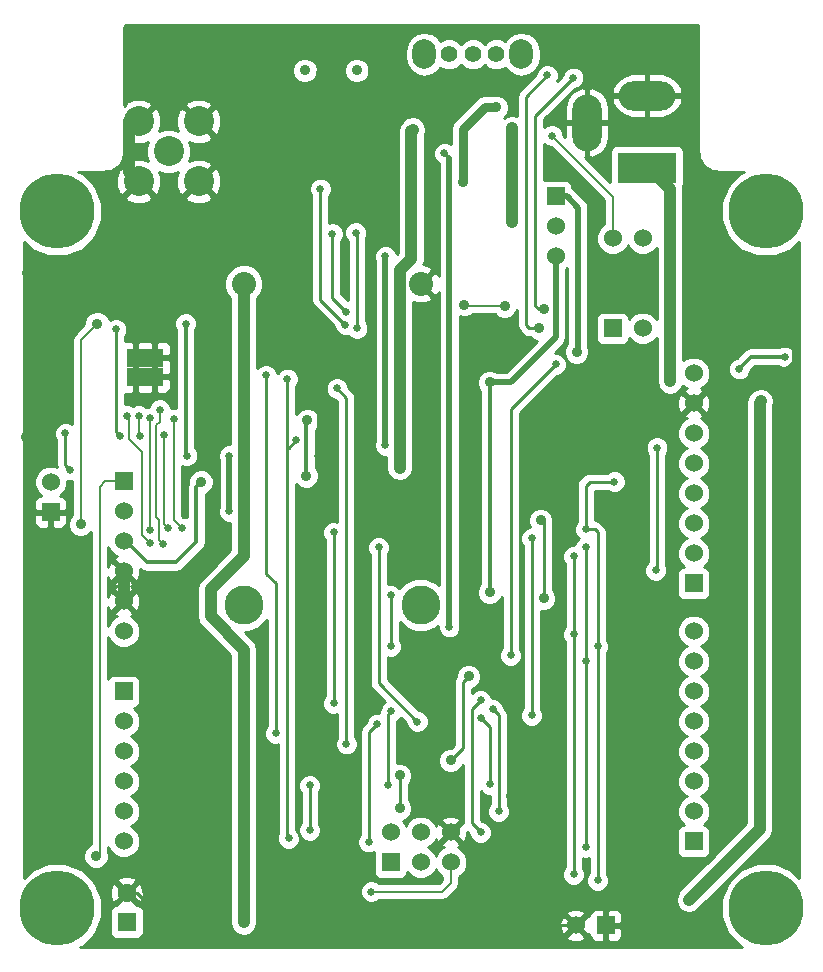
<source format=gbl>
G04 (created by PCBNEW (2013-07-07 BZR 4022)-stable) date Fri 19 Jul 2013 08:48:19 PM NZST*
%MOIN*%
G04 Gerber Fmt 3.4, Leading zero omitted, Abs format*
%FSLAX34Y34*%
G01*
G70*
G90*
G04 APERTURE LIST*
%ADD10C,0.00590551*%
%ADD11C,0.0354*%
%ADD12C,0.25*%
%ADD13R,0.06X0.06*%
%ADD14C,0.06*%
%ADD15C,0.1*%
%ADD16R,0.0629921X0.0629921*%
%ADD17C,0.0629921*%
%ADD18O,0.189X0.0984252*%
%ADD19R,0.19685X0.0984252*%
%ADD20O,0.0984252X0.189*%
%ADD21C,0.0551181*%
%ADD22O,0.0787402X0.0984252*%
%ADD23C,0.08*%
%ADD24C,0.13*%
%ADD25C,0.035*%
%ADD26C,0.0255906*%
%ADD27C,0.01*%
%ADD28C,0.019685*%
%ADD29C,0.0295276*%
%ADD30C,0.00984252*%
%ADD31C,0.0137795*%
%ADD32C,0.0393701*%
G04 APERTURE END LIST*
G54D10*
G54D11*
X29634Y-21800D03*
X31366Y-21800D03*
G54D12*
X21380Y-26500D03*
X21380Y-49730D03*
X45000Y-26500D03*
X45000Y-49730D03*
G54D13*
X39900Y-30400D03*
G54D14*
X40900Y-30400D03*
X40900Y-27400D03*
X39900Y-27400D03*
G54D13*
X42600Y-47500D03*
G54D14*
X42600Y-46500D03*
X42600Y-45500D03*
X42600Y-44500D03*
X42600Y-43500D03*
X42600Y-42500D03*
X42600Y-41500D03*
X42600Y-40500D03*
G54D13*
X42600Y-38900D03*
G54D14*
X42600Y-37900D03*
X42600Y-36900D03*
X42600Y-35900D03*
X42600Y-34900D03*
X42600Y-33900D03*
X42600Y-32900D03*
X42600Y-31900D03*
G54D13*
X32500Y-48200D03*
G54D14*
X32500Y-47200D03*
X33500Y-48200D03*
X33500Y-47200D03*
X34500Y-48200D03*
X34500Y-47200D03*
G54D13*
X38000Y-26000D03*
G54D14*
X38000Y-27000D03*
X38000Y-28000D03*
G54D13*
X21161Y-36523D03*
G54D14*
X21161Y-35523D03*
G54D13*
X39673Y-50295D03*
G54D14*
X38673Y-50295D03*
G54D13*
X23600Y-42500D03*
G54D14*
X23600Y-43500D03*
X23600Y-44500D03*
X23600Y-45500D03*
X23600Y-46500D03*
X23600Y-47500D03*
G54D13*
X23600Y-35500D03*
G54D14*
X23600Y-36500D03*
X23600Y-37500D03*
X23600Y-38500D03*
X23600Y-39500D03*
X23600Y-40500D03*
G54D15*
X25100Y-24500D03*
X26100Y-23500D03*
X24100Y-23500D03*
X24100Y-25500D03*
X26100Y-25500D03*
G54D16*
X23700Y-50192D03*
G54D17*
X23700Y-49207D03*
G54D18*
X41043Y-22637D03*
G54D19*
X41043Y-25037D03*
G54D20*
X39043Y-23537D03*
G54D21*
X35236Y-21259D03*
X36023Y-21259D03*
X34448Y-21259D03*
G54D22*
X33622Y-21259D03*
X36850Y-21259D03*
G54D16*
X24625Y-31377D03*
X24625Y-32007D03*
X23996Y-31377D03*
X23996Y-32007D03*
G54D23*
X33505Y-28918D03*
X27605Y-28918D03*
G54D24*
X33505Y-39618D03*
X27605Y-39618D03*
G54D25*
X37598Y-29763D03*
G54D26*
X38582Y-22047D03*
X37716Y-21968D03*
G54D25*
X37440Y-30393D03*
X22677Y-47992D03*
G54D26*
X31850Y-49173D03*
G54D25*
X38700Y-31181D03*
X34921Y-25511D03*
X36023Y-23031D03*
G54D26*
X31377Y-30393D03*
X31338Y-27204D03*
X31023Y-29842D03*
X30551Y-27244D03*
X30157Y-25748D03*
X30984Y-30275D03*
X38000Y-31600D03*
X36500Y-41300D03*
X25275Y-33425D03*
X25551Y-37047D03*
X25078Y-37047D03*
X24960Y-33937D03*
X24094Y-33307D03*
X24133Y-33976D03*
X24488Y-37125D03*
X24488Y-33385D03*
X39000Y-37700D03*
X39000Y-47700D03*
X39000Y-41500D03*
X39960Y-35511D03*
X39000Y-37100D03*
X39400Y-48800D03*
X39400Y-41000D03*
X41377Y-34370D03*
X41338Y-38464D03*
X38600Y-40600D03*
X38600Y-48600D03*
X38600Y-38000D03*
X32500Y-41000D03*
X32500Y-39300D03*
X30600Y-42900D03*
X30600Y-37200D03*
X31771Y-47519D03*
X32047Y-43582D03*
X28661Y-43897D03*
X28346Y-31968D03*
X35500Y-42800D03*
X35500Y-47200D03*
X31023Y-44251D03*
X30708Y-32401D03*
X36100Y-46500D03*
X35900Y-43100D03*
X32100Y-37700D03*
X33385Y-43503D03*
X35800Y-45600D03*
X35500Y-43400D03*
X37200Y-43300D03*
X37200Y-37400D03*
X24921Y-37598D03*
X24803Y-33110D03*
X29330Y-34133D03*
X23464Y-33976D03*
X23346Y-30433D03*
X29094Y-47401D03*
X29055Y-32086D03*
X29803Y-47125D03*
X29803Y-45629D03*
X32401Y-45629D03*
X32519Y-43149D03*
X23700Y-33307D03*
X24488Y-37559D03*
G54D25*
X22165Y-36929D03*
X22716Y-30236D03*
X26535Y-39055D03*
X42440Y-49448D03*
X44842Y-32834D03*
X27598Y-50196D03*
G54D26*
X44114Y-31751D03*
X45629Y-31348D03*
G54D25*
X35800Y-32200D03*
X35800Y-39200D03*
X36299Y-29645D03*
X34960Y-29606D03*
G54D26*
X21653Y-33897D03*
X21811Y-35118D03*
X27125Y-36496D03*
X27125Y-34645D03*
X25708Y-34645D03*
X25669Y-30236D03*
X32322Y-27992D03*
X32322Y-34291D03*
G54D25*
X32795Y-33346D03*
X26181Y-35511D03*
X29685Y-35314D03*
X29724Y-33464D03*
X33228Y-23779D03*
X32795Y-35039D03*
G54D26*
X37874Y-23976D03*
G54D25*
X37500Y-36800D03*
X37600Y-39400D03*
X32800Y-45300D03*
X32800Y-46400D03*
X34500Y-44800D03*
X35100Y-42000D03*
X36529Y-23734D03*
X36535Y-26850D03*
G54D26*
X34448Y-40354D03*
X34291Y-24566D03*
G54D25*
X41811Y-32165D03*
X28385Y-50787D03*
X35118Y-50787D03*
X42598Y-26299D03*
X45708Y-35748D03*
X45748Y-40787D03*
X45787Y-47677D03*
X43070Y-50748D03*
X22716Y-27992D03*
X20393Y-28543D03*
X20354Y-34015D03*
X20551Y-47755D03*
X20511Y-44685D03*
X20511Y-39488D03*
G54D26*
X24842Y-28346D03*
X23779Y-28346D03*
X25393Y-45669D03*
X30078Y-34645D03*
X30039Y-32007D03*
X45708Y-31771D03*
X45236Y-29173D03*
X45944Y-31023D03*
X45866Y-29566D03*
X45236Y-32125D03*
X44448Y-32125D03*
X43661Y-31732D03*
X43503Y-31062D03*
X43503Y-30078D03*
X43937Y-29251D03*
G54D25*
X35100Y-31600D03*
X35100Y-35100D03*
X40900Y-46000D03*
G54D26*
X39900Y-39300D03*
X40900Y-50300D03*
G54D25*
X40900Y-35100D03*
X36500Y-46000D03*
G54D26*
X36000Y-41300D03*
X36500Y-43200D03*
G54D25*
X36496Y-22677D03*
X31850Y-27165D03*
X31181Y-24173D03*
X33149Y-22755D03*
G54D26*
X45049Y-29576D03*
X45059Y-30413D03*
X45059Y-30964D03*
G54D27*
X37322Y-29645D02*
X37440Y-29763D01*
X37322Y-23307D02*
X37322Y-29645D01*
X38582Y-22047D02*
X37322Y-23307D01*
X37440Y-29763D02*
X37598Y-29763D01*
X37125Y-30393D02*
X37440Y-30393D01*
X37716Y-21968D02*
X37007Y-22677D01*
X37007Y-22677D02*
X37007Y-30275D01*
X37007Y-30275D02*
X37125Y-30393D01*
G54D10*
X22964Y-35500D02*
X23600Y-35500D01*
X22677Y-47992D02*
X22795Y-47874D01*
X34500Y-48200D02*
X34500Y-48885D01*
X34212Y-49173D02*
X31850Y-49173D01*
X34500Y-48885D02*
X34212Y-49173D01*
X22795Y-35669D02*
X22964Y-35500D01*
X22795Y-47874D02*
X22795Y-35669D01*
G54D28*
X38740Y-26377D02*
X38740Y-31062D01*
X38740Y-26377D02*
X38362Y-26000D01*
X38000Y-26000D02*
X38362Y-26000D01*
X38700Y-31102D02*
X38700Y-31181D01*
X38740Y-31062D02*
X38700Y-31102D01*
G54D29*
X34921Y-23740D02*
X35629Y-23031D01*
X34921Y-25511D02*
X34921Y-23740D01*
X35629Y-23031D02*
X36023Y-23031D01*
G54D27*
X31377Y-27244D02*
X31377Y-30393D01*
X31338Y-27204D02*
X31377Y-27244D01*
X30551Y-27244D02*
X30551Y-29370D01*
X30551Y-29370D02*
X31023Y-29842D01*
X30157Y-25748D02*
X30157Y-29448D01*
X30157Y-29448D02*
X30984Y-30275D01*
G54D30*
X36500Y-33100D02*
X38000Y-31600D01*
X36500Y-41300D02*
X36500Y-33100D01*
G54D10*
X25275Y-36771D02*
X25275Y-33425D01*
X25551Y-37047D02*
X25275Y-36771D01*
X25078Y-37047D02*
X24960Y-36929D01*
X24960Y-36929D02*
X24960Y-33937D01*
X24094Y-33937D02*
X24094Y-33307D01*
X24133Y-33976D02*
X24094Y-33937D01*
X24488Y-37125D02*
X24488Y-33385D01*
G54D30*
X39000Y-41500D02*
X39000Y-37700D01*
G54D27*
X39000Y-41500D02*
X39000Y-47700D01*
G54D30*
X39000Y-37100D02*
X39000Y-35645D01*
X39133Y-35511D02*
X39960Y-35511D01*
X39000Y-35645D02*
X39133Y-35511D01*
X39400Y-41000D02*
X39400Y-37200D01*
X39300Y-37100D02*
X39000Y-37100D01*
X39400Y-37200D02*
X39300Y-37100D01*
G54D27*
X39400Y-41000D02*
X39400Y-48800D01*
G54D30*
X41377Y-38425D02*
X41377Y-34370D01*
X41338Y-38464D02*
X41377Y-38425D01*
X38600Y-41000D02*
X38600Y-40600D01*
G54D27*
X38600Y-41000D02*
X38600Y-48600D01*
G54D30*
X38600Y-40200D02*
X38600Y-38000D01*
X38600Y-40600D02*
X38600Y-40200D01*
G54D27*
X32500Y-39300D02*
X32500Y-41000D01*
X30600Y-37200D02*
X30600Y-42900D01*
G54D30*
X31771Y-43858D02*
X31771Y-47519D01*
X32047Y-43582D02*
X31771Y-43858D01*
X28661Y-38897D02*
X28661Y-43897D01*
X28346Y-38582D02*
X28661Y-38897D01*
X28346Y-31968D02*
X28346Y-38582D01*
G54D27*
X35500Y-42800D02*
X35200Y-43100D01*
X35200Y-46900D02*
X35500Y-47200D01*
X35200Y-43100D02*
X35200Y-46900D01*
G54D30*
X31023Y-32716D02*
X31023Y-44251D01*
X30708Y-32401D02*
X31023Y-32716D01*
G54D27*
X36100Y-43300D02*
X36100Y-46500D01*
X35900Y-43100D02*
X36100Y-43300D01*
G54D30*
X32100Y-42218D02*
X33385Y-43503D01*
X32100Y-37700D02*
X32100Y-42218D01*
G54D27*
X35800Y-43700D02*
X35800Y-45600D01*
X35500Y-43400D02*
X35800Y-43700D01*
G54D30*
X37200Y-43300D02*
X37200Y-37400D01*
G54D10*
X24921Y-37598D02*
X24763Y-37440D01*
X24803Y-33503D02*
X24803Y-33110D01*
X24685Y-33622D02*
X24803Y-33503D01*
X24685Y-36692D02*
X24685Y-33622D01*
X24763Y-36771D02*
X24685Y-36692D01*
X24763Y-37440D02*
X24763Y-36771D01*
G54D30*
X23464Y-33976D02*
X23346Y-33858D01*
X29094Y-34370D02*
X29330Y-34133D01*
X29094Y-34370D02*
X29055Y-34370D01*
X23346Y-33858D02*
X23346Y-30433D01*
X29055Y-47362D02*
X29094Y-47401D01*
X29055Y-32086D02*
X29055Y-34370D01*
X29055Y-34370D02*
X29055Y-47362D01*
X29803Y-45629D02*
X29803Y-47125D01*
X32401Y-43267D02*
X32401Y-45629D01*
X32519Y-43149D02*
X32401Y-43267D01*
G54D10*
X23779Y-33385D02*
X23700Y-33307D01*
X23779Y-34094D02*
X23779Y-33385D01*
X24212Y-34527D02*
X23779Y-34094D01*
X24212Y-37283D02*
X24212Y-34527D01*
X24488Y-37559D02*
X24212Y-37283D01*
X22165Y-30787D02*
X22716Y-30236D01*
X22165Y-36929D02*
X22165Y-30787D01*
X22677Y-30275D02*
X22716Y-30236D01*
G54D31*
X26535Y-39055D02*
X26496Y-39094D01*
G54D30*
X27559Y-38031D02*
X27605Y-37985D01*
G54D32*
X44803Y-47086D02*
X42440Y-49448D01*
X44803Y-32874D02*
X44803Y-47086D01*
X44842Y-32834D02*
X44803Y-32874D01*
X27605Y-28918D02*
X27605Y-37985D01*
X27605Y-37985D02*
X26496Y-39094D01*
X26496Y-39094D02*
X26496Y-40000D01*
X26496Y-40000D02*
X27598Y-41102D01*
X27598Y-41102D02*
X27598Y-50196D01*
G54D31*
X44517Y-31348D02*
X44114Y-31751D01*
X45629Y-31348D02*
X44517Y-31348D01*
G54D28*
X38000Y-28000D02*
X38000Y-30700D01*
X36500Y-32200D02*
X35800Y-32200D01*
X38000Y-30700D02*
X36500Y-32200D01*
G54D31*
X35800Y-39200D02*
X35800Y-32200D01*
G54D10*
X35000Y-29645D02*
X36299Y-29645D01*
X34960Y-29606D02*
X35000Y-29645D01*
G54D30*
X21653Y-34960D02*
X21653Y-33897D01*
X21811Y-35118D02*
X21653Y-34960D01*
G54D28*
X27125Y-34645D02*
X27125Y-36496D01*
G54D31*
X25669Y-34606D02*
X25669Y-30236D01*
X25669Y-34606D02*
X25708Y-34645D01*
G54D28*
X32322Y-27992D02*
X32322Y-34291D01*
G54D31*
X23600Y-37500D02*
X23681Y-37500D01*
X24370Y-38188D02*
X23681Y-37500D01*
X25354Y-38188D02*
X24370Y-38188D01*
X26023Y-37519D02*
X25354Y-38188D01*
X26023Y-35669D02*
X26023Y-37519D01*
X26181Y-35511D02*
X26023Y-35669D01*
X29685Y-33503D02*
X29685Y-35314D01*
X29724Y-33464D02*
X29685Y-33503D01*
G54D32*
X32795Y-34409D02*
X32795Y-35039D01*
X33228Y-23779D02*
X33188Y-23818D01*
X33188Y-23818D02*
X33188Y-28070D01*
X33188Y-28070D02*
X32795Y-28464D01*
X32795Y-28464D02*
X32795Y-33346D01*
X32795Y-33346D02*
X32795Y-34409D01*
G54D10*
X39900Y-26002D02*
X39900Y-27400D01*
X37874Y-23976D02*
X39900Y-26002D01*
G54D30*
X37600Y-36800D02*
X37500Y-36800D01*
X37600Y-39400D02*
X37600Y-36800D01*
G54D27*
X32800Y-46400D02*
X32800Y-45300D01*
X34900Y-44400D02*
X34500Y-44800D01*
X34900Y-42200D02*
X34900Y-44400D01*
X35100Y-42000D02*
X34900Y-42200D01*
G54D32*
X36535Y-23740D02*
X36535Y-26850D01*
X36529Y-23734D02*
X36535Y-23740D01*
G54D28*
X34448Y-24724D02*
X34448Y-40354D01*
G54D31*
X34291Y-24566D02*
X34448Y-24724D01*
G54D32*
X41100Y-25037D02*
X41043Y-25037D01*
X41811Y-25748D02*
X41100Y-25037D01*
X41811Y-32165D02*
X41811Y-25748D01*
G54D10*
X20354Y-36496D02*
X21133Y-36496D01*
X21133Y-36496D02*
X21161Y-36523D01*
X45708Y-35748D02*
X45708Y-31771D01*
X45748Y-47637D02*
X45748Y-40787D01*
X45787Y-47677D02*
X45748Y-47637D01*
X43149Y-50748D02*
X43188Y-50787D01*
X43070Y-50748D02*
X43149Y-50748D01*
X20511Y-39488D02*
X20354Y-39330D01*
X22165Y-28543D02*
X22716Y-27992D01*
X20393Y-28543D02*
X22165Y-28543D01*
X20354Y-39330D02*
X20354Y-34015D01*
X20511Y-39488D02*
X20511Y-44685D01*
G54D30*
X25629Y-45905D02*
X25629Y-50787D01*
X25393Y-45669D02*
X25629Y-45905D01*
X38673Y-50295D02*
X36948Y-50295D01*
X24050Y-49207D02*
X23700Y-49207D01*
X25629Y-50787D02*
X24050Y-49207D01*
X36456Y-50787D02*
X35118Y-50787D01*
X35118Y-50787D02*
X28385Y-50787D01*
X28385Y-50787D02*
X25629Y-50787D01*
X36948Y-50295D02*
X36456Y-50787D01*
X30039Y-32007D02*
X30078Y-32047D01*
X30078Y-33700D02*
X30078Y-34645D01*
X30078Y-32047D02*
X30078Y-33700D01*
G54D31*
X45708Y-31771D02*
X45944Y-31535D01*
X45944Y-31535D02*
X45944Y-31023D01*
X45866Y-29566D02*
X45826Y-29527D01*
X45826Y-29527D02*
X45590Y-29527D01*
X45590Y-29527D02*
X45236Y-29173D01*
X44448Y-32125D02*
X45236Y-32125D01*
X43503Y-31574D02*
X43661Y-31732D01*
X43503Y-31417D02*
X43503Y-31574D01*
X43503Y-31062D02*
X43503Y-31417D01*
X43503Y-29685D02*
X43503Y-30078D01*
X43937Y-29251D02*
X43503Y-29685D01*
G54D30*
X35100Y-35100D02*
X35100Y-31600D01*
X39900Y-39300D02*
X40900Y-39300D01*
X40900Y-46000D02*
X40900Y-50300D01*
X40900Y-35100D02*
X40900Y-39300D01*
X40900Y-39300D02*
X40900Y-46000D01*
G54D27*
X36500Y-43200D02*
X36500Y-46000D01*
X36000Y-42700D02*
X36000Y-41300D01*
X36500Y-43200D02*
X36000Y-42700D01*
G54D32*
X23600Y-38500D02*
X23600Y-39500D01*
G54D27*
X33307Y-22598D02*
X33149Y-22755D01*
X36417Y-22598D02*
X33307Y-22598D01*
X36496Y-22677D02*
X36417Y-22598D01*
X32755Y-23149D02*
X33149Y-22755D01*
X31850Y-27165D02*
X32440Y-27165D01*
X32440Y-27165D02*
X32755Y-26850D01*
X32755Y-26850D02*
X32755Y-23149D01*
X31181Y-24173D02*
X32598Y-22755D01*
X32598Y-22755D02*
X33149Y-22755D01*
G54D32*
X24100Y-23500D02*
X23771Y-23500D01*
X23771Y-25171D02*
X24100Y-25500D01*
X23771Y-23500D02*
X23771Y-25171D01*
X23771Y-23500D02*
X23771Y-23500D01*
G54D28*
X45059Y-30413D02*
X45049Y-30403D01*
X45049Y-30403D02*
X45049Y-29576D01*
X45059Y-30413D02*
X45059Y-30964D01*
G54D10*
G36*
X46110Y-48719D02*
X46007Y-48616D01*
X46007Y-31273D01*
X45950Y-31134D01*
X45844Y-31028D01*
X45705Y-30970D01*
X45555Y-30970D01*
X45416Y-31027D01*
X45414Y-31029D01*
X44517Y-31029D01*
X44395Y-31053D01*
X44292Y-31122D01*
X44041Y-31373D01*
X44039Y-31373D01*
X43900Y-31431D01*
X43793Y-31537D01*
X43736Y-31676D01*
X43736Y-31826D01*
X43793Y-31965D01*
X43899Y-32072D01*
X44038Y-32129D01*
X44189Y-32129D01*
X44327Y-32072D01*
X44434Y-31966D01*
X44492Y-31827D01*
X44492Y-31825D01*
X44649Y-31667D01*
X45414Y-31667D01*
X45415Y-31668D01*
X45554Y-31726D01*
X45704Y-31726D01*
X45843Y-31669D01*
X45950Y-31562D01*
X46007Y-31423D01*
X46007Y-31273D01*
X46007Y-48616D01*
X45850Y-48459D01*
X45299Y-48230D01*
X45289Y-48230D01*
X45289Y-32834D01*
X45255Y-32663D01*
X45158Y-32518D01*
X45013Y-32421D01*
X44842Y-32387D01*
X44671Y-32421D01*
X44526Y-32518D01*
X44487Y-32558D01*
X44390Y-32703D01*
X44356Y-32874D01*
X44356Y-46901D01*
X43151Y-48106D01*
X43151Y-32982D01*
X43150Y-32954D01*
X43150Y-31791D01*
X43066Y-31588D01*
X42911Y-31434D01*
X42709Y-31350D01*
X42491Y-31349D01*
X42288Y-31433D01*
X42257Y-31464D01*
X42257Y-25748D01*
X42241Y-25666D01*
X42277Y-25579D01*
X42277Y-25480D01*
X42277Y-24496D01*
X42239Y-24404D01*
X42216Y-24381D01*
X42216Y-22800D01*
X42216Y-22474D01*
X42197Y-22399D01*
X42052Y-22149D01*
X41823Y-21973D01*
X41544Y-21898D01*
X41091Y-21898D01*
X41091Y-22589D01*
X42171Y-22589D01*
X42216Y-22474D01*
X42216Y-22800D01*
X42171Y-22686D01*
X41091Y-22686D01*
X41091Y-23376D01*
X41544Y-23376D01*
X41823Y-23301D01*
X42052Y-23126D01*
X42197Y-22875D01*
X42216Y-22800D01*
X42216Y-24381D01*
X42169Y-24333D01*
X42077Y-24295D01*
X41978Y-24295D01*
X40994Y-24295D01*
X40994Y-23376D01*
X40994Y-22686D01*
X40994Y-22589D01*
X40994Y-21898D01*
X40542Y-21898D01*
X40262Y-21973D01*
X40033Y-22149D01*
X39889Y-22399D01*
X39869Y-22474D01*
X39914Y-22589D01*
X40994Y-22589D01*
X40994Y-22686D01*
X39914Y-22686D01*
X39869Y-22800D01*
X39889Y-22875D01*
X40033Y-23126D01*
X40262Y-23301D01*
X40542Y-23376D01*
X40994Y-23376D01*
X40994Y-24295D01*
X40009Y-24295D01*
X39917Y-24333D01*
X39847Y-24403D01*
X39809Y-24495D01*
X39809Y-24595D01*
X39809Y-25516D01*
X39782Y-25489D01*
X39782Y-24039D01*
X39782Y-23586D01*
X39782Y-23489D01*
X39782Y-23036D01*
X39707Y-22757D01*
X39531Y-22528D01*
X39281Y-22383D01*
X39206Y-22364D01*
X39091Y-22409D01*
X39091Y-23489D01*
X39782Y-23489D01*
X39782Y-23586D01*
X39091Y-23586D01*
X39091Y-24666D01*
X39206Y-24711D01*
X39281Y-24691D01*
X39531Y-24547D01*
X39707Y-24318D01*
X39782Y-24039D01*
X39782Y-25489D01*
X38969Y-24676D01*
X38994Y-24666D01*
X38994Y-23586D01*
X38994Y-23489D01*
X38994Y-22409D01*
X38880Y-22364D01*
X38805Y-22383D01*
X38555Y-22528D01*
X38379Y-22757D01*
X38304Y-23036D01*
X38304Y-23489D01*
X38994Y-23489D01*
X38994Y-23586D01*
X38304Y-23586D01*
X38304Y-24011D01*
X38251Y-23959D01*
X38252Y-23901D01*
X38194Y-23762D01*
X38088Y-23656D01*
X37949Y-23598D01*
X37799Y-23598D01*
X37660Y-23655D01*
X37622Y-23693D01*
X37622Y-23431D01*
X38628Y-22425D01*
X38657Y-22425D01*
X38796Y-22367D01*
X38902Y-22261D01*
X38960Y-22122D01*
X38960Y-21972D01*
X38903Y-21833D01*
X38797Y-21727D01*
X38658Y-21669D01*
X38507Y-21669D01*
X38368Y-21726D01*
X38262Y-21832D01*
X38204Y-21971D01*
X38204Y-22000D01*
X38046Y-22158D01*
X38094Y-22044D01*
X38094Y-21893D01*
X38037Y-21754D01*
X37930Y-21648D01*
X37792Y-21590D01*
X37641Y-21590D01*
X37502Y-21647D01*
X37494Y-21656D01*
X37494Y-21372D01*
X37494Y-21146D01*
X37445Y-20900D01*
X37305Y-20691D01*
X37096Y-20552D01*
X36850Y-20503D01*
X36604Y-20552D01*
X36395Y-20691D01*
X36315Y-20811D01*
X36128Y-20734D01*
X35919Y-20734D01*
X35726Y-20814D01*
X35629Y-20910D01*
X35534Y-20814D01*
X35341Y-20734D01*
X35132Y-20734D01*
X34938Y-20814D01*
X34842Y-20910D01*
X34746Y-20814D01*
X34553Y-20734D01*
X34344Y-20734D01*
X34157Y-20811D01*
X34077Y-20691D01*
X33868Y-20552D01*
X33622Y-20503D01*
X33375Y-20552D01*
X33166Y-20691D01*
X33027Y-20900D01*
X32978Y-21146D01*
X32978Y-21372D01*
X33027Y-21619D01*
X33166Y-21827D01*
X33375Y-21967D01*
X33622Y-22016D01*
X33868Y-21967D01*
X34077Y-21827D01*
X34157Y-21707D01*
X34343Y-21785D01*
X34552Y-21785D01*
X34746Y-21705D01*
X34842Y-21609D01*
X34938Y-21705D01*
X35131Y-21785D01*
X35340Y-21785D01*
X35533Y-21705D01*
X35629Y-21609D01*
X35725Y-21705D01*
X35918Y-21785D01*
X36127Y-21785D01*
X36315Y-21708D01*
X36395Y-21827D01*
X36604Y-21967D01*
X36850Y-22016D01*
X37096Y-21967D01*
X37305Y-21827D01*
X37445Y-21619D01*
X37494Y-21372D01*
X37494Y-21656D01*
X37396Y-21754D01*
X37338Y-21892D01*
X37338Y-21922D01*
X36795Y-22465D01*
X36730Y-22562D01*
X36707Y-22677D01*
X36707Y-23326D01*
X36700Y-23321D01*
X36529Y-23287D01*
X36358Y-23321D01*
X36284Y-23371D01*
X36383Y-23272D01*
X36448Y-23116D01*
X36448Y-22947D01*
X36384Y-22791D01*
X36264Y-22671D01*
X36108Y-22606D01*
X35939Y-22606D01*
X35873Y-22633D01*
X35629Y-22633D01*
X35477Y-22664D01*
X35348Y-22750D01*
X34640Y-23458D01*
X34553Y-23587D01*
X34523Y-23740D01*
X34523Y-24264D01*
X34505Y-24246D01*
X34366Y-24189D01*
X34216Y-24188D01*
X34077Y-24246D01*
X33971Y-24352D01*
X33913Y-24491D01*
X33913Y-24641D01*
X33970Y-24780D01*
X34076Y-24887D01*
X34100Y-24896D01*
X34100Y-28654D01*
X34065Y-28570D01*
X33960Y-28531D01*
X33573Y-28918D01*
X33960Y-29305D01*
X34065Y-29265D01*
X34100Y-29172D01*
X34100Y-38940D01*
X34015Y-38855D01*
X33892Y-38804D01*
X33892Y-29373D01*
X33505Y-28986D01*
X33499Y-28992D01*
X33431Y-28923D01*
X33436Y-28918D01*
X33431Y-28912D01*
X33499Y-28844D01*
X33505Y-28849D01*
X33892Y-28462D01*
X33852Y-28357D01*
X33611Y-28267D01*
X33584Y-28268D01*
X33601Y-28241D01*
X33635Y-28070D01*
X33635Y-28070D01*
X33635Y-23958D01*
X33641Y-23950D01*
X33675Y-23779D01*
X33641Y-23608D01*
X33544Y-23463D01*
X33399Y-23366D01*
X33228Y-23332D01*
X33057Y-23366D01*
X32912Y-23463D01*
X32873Y-23502D01*
X32776Y-23647D01*
X32742Y-23818D01*
X32742Y-27885D01*
X32700Y-27927D01*
X32700Y-27917D01*
X32643Y-27778D01*
X32537Y-27671D01*
X32398Y-27614D01*
X32247Y-27614D01*
X32109Y-27671D01*
X32002Y-27777D01*
X31944Y-27916D01*
X31944Y-28066D01*
X31974Y-28138D01*
X31974Y-34144D01*
X31944Y-34215D01*
X31944Y-34366D01*
X32002Y-34505D01*
X32108Y-34611D01*
X32247Y-34669D01*
X32348Y-34669D01*
X32348Y-35039D01*
X32382Y-35210D01*
X32479Y-35355D01*
X32624Y-35452D01*
X32795Y-35486D01*
X32966Y-35452D01*
X33111Y-35355D01*
X33208Y-35210D01*
X33242Y-35039D01*
X33242Y-34409D01*
X33242Y-33346D01*
X33242Y-29510D01*
X33398Y-29568D01*
X33655Y-29560D01*
X33852Y-29478D01*
X33892Y-29373D01*
X33892Y-38804D01*
X33684Y-38718D01*
X33326Y-38717D01*
X32995Y-38854D01*
X32792Y-39057D01*
X32714Y-38979D01*
X32575Y-38922D01*
X32425Y-38921D01*
X32399Y-38932D01*
X32399Y-37935D01*
X32420Y-37914D01*
X32477Y-37775D01*
X32478Y-37625D01*
X32420Y-37486D01*
X32314Y-37379D01*
X32175Y-37322D01*
X32025Y-37321D01*
X31886Y-37379D01*
X31793Y-37472D01*
X31793Y-21715D01*
X31728Y-21558D01*
X31608Y-21438D01*
X31451Y-21373D01*
X31281Y-21372D01*
X31124Y-21437D01*
X31004Y-21557D01*
X30939Y-21714D01*
X30938Y-21884D01*
X31003Y-22041D01*
X31123Y-22161D01*
X31280Y-22226D01*
X31450Y-22227D01*
X31607Y-22162D01*
X31727Y-22042D01*
X31792Y-21885D01*
X31793Y-21715D01*
X31793Y-37472D01*
X31779Y-37485D01*
X31755Y-37542D01*
X31755Y-30318D01*
X31698Y-30179D01*
X31677Y-30159D01*
X31677Y-27372D01*
X31716Y-27280D01*
X31716Y-27129D01*
X31659Y-26990D01*
X31552Y-26884D01*
X31414Y-26826D01*
X31263Y-26826D01*
X31124Y-26884D01*
X31018Y-26990D01*
X30960Y-27129D01*
X30960Y-27279D01*
X31017Y-27418D01*
X31077Y-27478D01*
X31077Y-29464D01*
X31069Y-29464D01*
X30851Y-29245D01*
X30851Y-27478D01*
X30871Y-27458D01*
X30929Y-27319D01*
X30929Y-27169D01*
X30871Y-27030D01*
X30765Y-26923D01*
X30626Y-26866D01*
X30476Y-26866D01*
X30457Y-26873D01*
X30457Y-25982D01*
X30477Y-25962D01*
X30535Y-25823D01*
X30535Y-25673D01*
X30478Y-25534D01*
X30371Y-25427D01*
X30232Y-25370D01*
X30082Y-25370D01*
X30061Y-25378D01*
X30061Y-21715D01*
X29996Y-21558D01*
X29876Y-21438D01*
X29719Y-21373D01*
X29549Y-21372D01*
X29392Y-21437D01*
X29272Y-21557D01*
X29207Y-21714D01*
X29206Y-21884D01*
X29271Y-22041D01*
X29391Y-22161D01*
X29548Y-22226D01*
X29718Y-22227D01*
X29875Y-22162D01*
X29995Y-22042D01*
X30060Y-21885D01*
X30061Y-21715D01*
X30061Y-25378D01*
X29943Y-25427D01*
X29837Y-25533D01*
X29779Y-25672D01*
X29779Y-25822D01*
X29836Y-25961D01*
X29857Y-25982D01*
X29857Y-29448D01*
X29880Y-29563D01*
X29945Y-29660D01*
X30606Y-30321D01*
X30606Y-30350D01*
X30663Y-30489D01*
X30769Y-30595D01*
X30908Y-30653D01*
X31059Y-30653D01*
X31090Y-30640D01*
X31163Y-30713D01*
X31302Y-30771D01*
X31452Y-30771D01*
X31591Y-30714D01*
X31698Y-30608D01*
X31755Y-30469D01*
X31755Y-30318D01*
X31755Y-37542D01*
X31722Y-37624D01*
X31721Y-37774D01*
X31779Y-37913D01*
X31800Y-37935D01*
X31800Y-42218D01*
X31823Y-42332D01*
X31888Y-42429D01*
X32296Y-42838D01*
X32199Y-42935D01*
X32141Y-43074D01*
X32141Y-43128D01*
X32125Y-43153D01*
X32114Y-43204D01*
X31972Y-43204D01*
X31833Y-43262D01*
X31727Y-43368D01*
X31669Y-43507D01*
X31669Y-43537D01*
X31560Y-43646D01*
X31495Y-43743D01*
X31472Y-43858D01*
X31472Y-47284D01*
X31451Y-47305D01*
X31401Y-47425D01*
X31401Y-44177D01*
X31344Y-44038D01*
X31322Y-44016D01*
X31322Y-32716D01*
X31322Y-32716D01*
X31300Y-32602D01*
X31300Y-32602D01*
X31278Y-32569D01*
X31235Y-32504D01*
X31235Y-32504D01*
X31086Y-32356D01*
X31086Y-32326D01*
X31029Y-32187D01*
X30923Y-32081D01*
X30784Y-32023D01*
X30633Y-32023D01*
X30494Y-32080D01*
X30388Y-32187D01*
X30330Y-32326D01*
X30330Y-32476D01*
X30388Y-32615D01*
X30494Y-32721D01*
X30633Y-32779D01*
X30663Y-32779D01*
X30724Y-32840D01*
X30724Y-36842D01*
X30675Y-36822D01*
X30525Y-36821D01*
X30386Y-36879D01*
X30279Y-36985D01*
X30222Y-37124D01*
X30221Y-37274D01*
X30279Y-37413D01*
X30300Y-37434D01*
X30300Y-42665D01*
X30279Y-42685D01*
X30222Y-42824D01*
X30221Y-42974D01*
X30279Y-43113D01*
X30385Y-43220D01*
X30524Y-43277D01*
X30674Y-43278D01*
X30724Y-43257D01*
X30724Y-44016D01*
X30703Y-44037D01*
X30645Y-44176D01*
X30645Y-44326D01*
X30703Y-44465D01*
X30809Y-44572D01*
X30948Y-44629D01*
X31098Y-44629D01*
X31237Y-44572D01*
X31343Y-44466D01*
X31401Y-44327D01*
X31401Y-44177D01*
X31401Y-47425D01*
X31393Y-47444D01*
X31393Y-47594D01*
X31451Y-47733D01*
X31557Y-47839D01*
X31696Y-47897D01*
X31846Y-47897D01*
X31950Y-47854D01*
X31949Y-47949D01*
X31949Y-48549D01*
X31987Y-48641D01*
X32058Y-48711D01*
X32150Y-48749D01*
X32249Y-48750D01*
X32849Y-48750D01*
X32941Y-48712D01*
X33011Y-48641D01*
X33049Y-48549D01*
X33049Y-48527D01*
X33188Y-48665D01*
X33390Y-48749D01*
X33608Y-48750D01*
X33811Y-48666D01*
X33965Y-48511D01*
X33999Y-48430D01*
X34033Y-48511D01*
X34188Y-48665D01*
X34220Y-48679D01*
X34220Y-48770D01*
X34096Y-48893D01*
X32105Y-48893D01*
X32064Y-48853D01*
X31925Y-48795D01*
X31775Y-48795D01*
X31636Y-48852D01*
X31530Y-48958D01*
X31472Y-49097D01*
X31472Y-49248D01*
X31529Y-49387D01*
X31636Y-49493D01*
X31774Y-49551D01*
X31925Y-49551D01*
X32064Y-49493D01*
X32105Y-49452D01*
X34212Y-49452D01*
X34319Y-49431D01*
X34410Y-49370D01*
X34697Y-49083D01*
X34697Y-49083D01*
X34697Y-49083D01*
X34758Y-48992D01*
X34758Y-48992D01*
X34775Y-48907D01*
X34779Y-48885D01*
X34779Y-48885D01*
X34779Y-48885D01*
X34779Y-48679D01*
X34811Y-48666D01*
X34965Y-48511D01*
X35049Y-48309D01*
X35050Y-48091D01*
X34966Y-47888D01*
X34811Y-47734D01*
X34731Y-47700D01*
X34787Y-47677D01*
X34814Y-47583D01*
X34500Y-47268D01*
X34185Y-47583D01*
X34212Y-47677D01*
X34271Y-47699D01*
X34188Y-47733D01*
X34034Y-47888D01*
X34000Y-47969D01*
X33966Y-47888D01*
X33811Y-47734D01*
X33730Y-47700D01*
X33811Y-47666D01*
X33965Y-47511D01*
X33999Y-47431D01*
X34022Y-47487D01*
X34116Y-47514D01*
X34431Y-47200D01*
X34116Y-46885D01*
X34022Y-46912D01*
X34000Y-46971D01*
X33966Y-46888D01*
X33811Y-46734D01*
X33609Y-46650D01*
X33391Y-46649D01*
X33188Y-46733D01*
X33034Y-46888D01*
X33000Y-46969D01*
X32966Y-46888D01*
X32897Y-46819D01*
X33040Y-46760D01*
X33160Y-46641D01*
X33224Y-46484D01*
X33225Y-46315D01*
X33160Y-46159D01*
X33100Y-46098D01*
X33100Y-45601D01*
X33160Y-45541D01*
X33224Y-45384D01*
X33225Y-45215D01*
X33160Y-45059D01*
X33041Y-44939D01*
X32884Y-44875D01*
X32715Y-44874D01*
X32700Y-44881D01*
X32700Y-43483D01*
X32733Y-43470D01*
X32831Y-43372D01*
X33007Y-43549D01*
X33007Y-43578D01*
X33065Y-43717D01*
X33171Y-43824D01*
X33310Y-43881D01*
X33460Y-43881D01*
X33599Y-43824D01*
X33706Y-43718D01*
X33763Y-43579D01*
X33763Y-43429D01*
X33706Y-43290D01*
X33600Y-43183D01*
X33461Y-43126D01*
X33431Y-43126D01*
X32399Y-42094D01*
X32399Y-41367D01*
X32424Y-41377D01*
X32574Y-41378D01*
X32713Y-41320D01*
X32820Y-41214D01*
X32877Y-41075D01*
X32878Y-40925D01*
X32820Y-40786D01*
X32800Y-40765D01*
X32800Y-40185D01*
X32994Y-40380D01*
X33325Y-40517D01*
X33683Y-40518D01*
X34014Y-40381D01*
X34070Y-40325D01*
X34070Y-40429D01*
X34128Y-40568D01*
X34234Y-40674D01*
X34373Y-40732D01*
X34523Y-40732D01*
X34662Y-40674D01*
X34769Y-40568D01*
X34826Y-40429D01*
X34826Y-40279D01*
X34797Y-40207D01*
X34797Y-29998D01*
X34875Y-30031D01*
X35044Y-30031D01*
X35201Y-29966D01*
X35242Y-29925D01*
X35977Y-29925D01*
X36058Y-30005D01*
X36214Y-30070D01*
X36383Y-30070D01*
X36539Y-30006D01*
X36659Y-29886D01*
X36707Y-29769D01*
X36707Y-30275D01*
X36730Y-30390D01*
X36795Y-30487D01*
X36913Y-30605D01*
X37011Y-30670D01*
X37125Y-30693D01*
X37139Y-30693D01*
X37199Y-30753D01*
X37356Y-30818D01*
X37389Y-30818D01*
X36356Y-31851D01*
X36052Y-31851D01*
X36041Y-31839D01*
X35884Y-31775D01*
X35715Y-31774D01*
X35559Y-31839D01*
X35439Y-31958D01*
X35375Y-32115D01*
X35374Y-32284D01*
X35439Y-32440D01*
X35481Y-32482D01*
X35481Y-38917D01*
X35439Y-38958D01*
X35375Y-39115D01*
X35374Y-39284D01*
X35439Y-39440D01*
X35558Y-39560D01*
X35715Y-39624D01*
X35884Y-39625D01*
X36040Y-39560D01*
X36160Y-39441D01*
X36200Y-39343D01*
X36200Y-41064D01*
X36179Y-41085D01*
X36122Y-41224D01*
X36121Y-41374D01*
X36179Y-41513D01*
X36285Y-41620D01*
X36424Y-41677D01*
X36574Y-41678D01*
X36713Y-41620D01*
X36820Y-41514D01*
X36877Y-41375D01*
X36878Y-41225D01*
X36820Y-41086D01*
X36799Y-41064D01*
X36799Y-33223D01*
X38045Y-31977D01*
X38074Y-31978D01*
X38213Y-31920D01*
X38320Y-31814D01*
X38377Y-31675D01*
X38378Y-31525D01*
X38320Y-31386D01*
X38214Y-31279D01*
X38075Y-31222D01*
X37971Y-31222D01*
X38246Y-30947D01*
X38246Y-30947D01*
X38246Y-30947D01*
X38321Y-30834D01*
X38348Y-30700D01*
X38348Y-30700D01*
X38348Y-30700D01*
X38348Y-28429D01*
X38391Y-28386D01*
X38391Y-30889D01*
X38340Y-30940D01*
X38275Y-31096D01*
X38275Y-31265D01*
X38340Y-31421D01*
X38459Y-31541D01*
X38615Y-31606D01*
X38784Y-31606D01*
X38941Y-31541D01*
X39060Y-31422D01*
X39125Y-31266D01*
X39125Y-31096D01*
X39088Y-31006D01*
X39088Y-26377D01*
X39088Y-26377D01*
X39088Y-26377D01*
X39066Y-26266D01*
X39062Y-26244D01*
X39062Y-26244D01*
X38986Y-26131D01*
X38986Y-26131D01*
X38608Y-25753D01*
X38550Y-25714D01*
X38550Y-25714D01*
X38550Y-25650D01*
X38512Y-25558D01*
X38441Y-25488D01*
X38349Y-25450D01*
X38250Y-25449D01*
X37650Y-25449D01*
X37622Y-25461D01*
X37622Y-24259D01*
X37659Y-24296D01*
X37798Y-24354D01*
X37856Y-24354D01*
X39620Y-26118D01*
X39620Y-26920D01*
X39588Y-26933D01*
X39434Y-27088D01*
X39350Y-27290D01*
X39349Y-27508D01*
X39433Y-27711D01*
X39588Y-27865D01*
X39790Y-27949D01*
X40008Y-27950D01*
X40211Y-27866D01*
X40365Y-27711D01*
X40399Y-27630D01*
X40433Y-27711D01*
X40588Y-27865D01*
X40790Y-27949D01*
X41008Y-27950D01*
X41211Y-27866D01*
X41364Y-27713D01*
X41364Y-30086D01*
X41211Y-29934D01*
X41009Y-29850D01*
X40791Y-29849D01*
X40588Y-29933D01*
X40450Y-30072D01*
X40450Y-30050D01*
X40412Y-29958D01*
X40341Y-29888D01*
X40249Y-29850D01*
X40150Y-29849D01*
X39550Y-29849D01*
X39458Y-29887D01*
X39388Y-29958D01*
X39350Y-30050D01*
X39349Y-30149D01*
X39349Y-30749D01*
X39387Y-30841D01*
X39458Y-30911D01*
X39550Y-30949D01*
X39649Y-30950D01*
X40249Y-30950D01*
X40341Y-30912D01*
X40411Y-30841D01*
X40449Y-30749D01*
X40449Y-30727D01*
X40588Y-30865D01*
X40790Y-30949D01*
X41008Y-30950D01*
X41211Y-30866D01*
X41364Y-30713D01*
X41364Y-32165D01*
X41398Y-32336D01*
X41495Y-32481D01*
X41640Y-32578D01*
X41811Y-32612D01*
X41982Y-32578D01*
X42126Y-32481D01*
X42223Y-32336D01*
X42229Y-32307D01*
X42288Y-32365D01*
X42368Y-32399D01*
X42312Y-32422D01*
X42285Y-32516D01*
X42600Y-32831D01*
X42914Y-32516D01*
X42887Y-32422D01*
X42828Y-32400D01*
X42911Y-32366D01*
X43065Y-32211D01*
X43149Y-32009D01*
X43150Y-31791D01*
X43150Y-32954D01*
X43141Y-32765D01*
X43077Y-32612D01*
X42983Y-32585D01*
X42668Y-32900D01*
X42983Y-33214D01*
X43077Y-33187D01*
X43151Y-32982D01*
X43151Y-48106D01*
X43150Y-48107D01*
X43150Y-46391D01*
X43066Y-46188D01*
X42911Y-46034D01*
X42830Y-46000D01*
X42911Y-45966D01*
X43065Y-45811D01*
X43149Y-45609D01*
X43150Y-45391D01*
X43066Y-45188D01*
X42911Y-45034D01*
X42830Y-45000D01*
X42911Y-44966D01*
X43065Y-44811D01*
X43149Y-44609D01*
X43150Y-44391D01*
X43066Y-44188D01*
X42911Y-44034D01*
X42830Y-44000D01*
X42911Y-43966D01*
X43065Y-43811D01*
X43149Y-43609D01*
X43150Y-43391D01*
X43066Y-43188D01*
X42911Y-43034D01*
X42830Y-43000D01*
X42911Y-42966D01*
X43065Y-42811D01*
X43149Y-42609D01*
X43150Y-42391D01*
X43066Y-42188D01*
X42911Y-42034D01*
X42830Y-42000D01*
X42911Y-41966D01*
X43065Y-41811D01*
X43149Y-41609D01*
X43150Y-41391D01*
X43066Y-41188D01*
X42911Y-41034D01*
X42830Y-41000D01*
X42911Y-40966D01*
X43065Y-40811D01*
X43149Y-40609D01*
X43150Y-40391D01*
X43150Y-37791D01*
X43066Y-37588D01*
X42911Y-37434D01*
X42830Y-37400D01*
X42911Y-37366D01*
X43065Y-37211D01*
X43149Y-37009D01*
X43150Y-36791D01*
X43066Y-36588D01*
X42911Y-36434D01*
X42830Y-36400D01*
X42911Y-36366D01*
X43065Y-36211D01*
X43149Y-36009D01*
X43150Y-35791D01*
X43066Y-35588D01*
X42911Y-35434D01*
X42830Y-35400D01*
X42911Y-35366D01*
X43065Y-35211D01*
X43149Y-35009D01*
X43150Y-34791D01*
X43066Y-34588D01*
X42911Y-34434D01*
X42830Y-34400D01*
X42911Y-34366D01*
X43065Y-34211D01*
X43149Y-34009D01*
X43150Y-33791D01*
X43066Y-33588D01*
X42911Y-33434D01*
X42831Y-33400D01*
X42887Y-33377D01*
X42914Y-33283D01*
X42600Y-32968D01*
X42531Y-33036D01*
X42531Y-32900D01*
X42216Y-32585D01*
X42122Y-32612D01*
X42048Y-32817D01*
X42058Y-33034D01*
X42122Y-33187D01*
X42216Y-33214D01*
X42531Y-32900D01*
X42531Y-33036D01*
X42285Y-33283D01*
X42312Y-33377D01*
X42371Y-33399D01*
X42288Y-33433D01*
X42134Y-33588D01*
X42050Y-33790D01*
X42049Y-34008D01*
X42133Y-34211D01*
X42288Y-34365D01*
X42369Y-34399D01*
X42288Y-34433D01*
X42134Y-34588D01*
X42050Y-34790D01*
X42049Y-35008D01*
X42133Y-35211D01*
X42288Y-35365D01*
X42369Y-35399D01*
X42288Y-35433D01*
X42134Y-35588D01*
X42050Y-35790D01*
X42049Y-36008D01*
X42133Y-36211D01*
X42288Y-36365D01*
X42369Y-36399D01*
X42288Y-36433D01*
X42134Y-36588D01*
X42050Y-36790D01*
X42049Y-37008D01*
X42133Y-37211D01*
X42288Y-37365D01*
X42369Y-37399D01*
X42288Y-37433D01*
X42134Y-37588D01*
X42050Y-37790D01*
X42049Y-38008D01*
X42133Y-38211D01*
X42272Y-38349D01*
X42250Y-38349D01*
X42158Y-38387D01*
X42088Y-38458D01*
X42050Y-38550D01*
X42049Y-38649D01*
X42049Y-39249D01*
X42087Y-39341D01*
X42158Y-39411D01*
X42250Y-39449D01*
X42349Y-39450D01*
X42949Y-39450D01*
X43041Y-39412D01*
X43111Y-39341D01*
X43149Y-39249D01*
X43150Y-39150D01*
X43150Y-38550D01*
X43112Y-38458D01*
X43041Y-38388D01*
X42949Y-38350D01*
X42927Y-38350D01*
X43065Y-38211D01*
X43149Y-38009D01*
X43150Y-37791D01*
X43150Y-40391D01*
X43066Y-40188D01*
X42911Y-40034D01*
X42709Y-39950D01*
X42491Y-39949D01*
X42288Y-40033D01*
X42134Y-40188D01*
X42050Y-40390D01*
X42049Y-40608D01*
X42133Y-40811D01*
X42288Y-40965D01*
X42369Y-40999D01*
X42288Y-41033D01*
X42134Y-41188D01*
X42050Y-41390D01*
X42049Y-41608D01*
X42133Y-41811D01*
X42288Y-41965D01*
X42369Y-41999D01*
X42288Y-42033D01*
X42134Y-42188D01*
X42050Y-42390D01*
X42049Y-42608D01*
X42133Y-42811D01*
X42288Y-42965D01*
X42369Y-42999D01*
X42288Y-43033D01*
X42134Y-43188D01*
X42050Y-43390D01*
X42049Y-43608D01*
X42133Y-43811D01*
X42288Y-43965D01*
X42369Y-43999D01*
X42288Y-44033D01*
X42134Y-44188D01*
X42050Y-44390D01*
X42049Y-44608D01*
X42133Y-44811D01*
X42288Y-44965D01*
X42369Y-44999D01*
X42288Y-45033D01*
X42134Y-45188D01*
X42050Y-45390D01*
X42049Y-45608D01*
X42133Y-45811D01*
X42288Y-45965D01*
X42369Y-45999D01*
X42288Y-46033D01*
X42134Y-46188D01*
X42050Y-46390D01*
X42049Y-46608D01*
X42133Y-46811D01*
X42272Y-46949D01*
X42250Y-46949D01*
X42158Y-46987D01*
X42088Y-47058D01*
X42050Y-47150D01*
X42049Y-47249D01*
X42049Y-47849D01*
X42087Y-47941D01*
X42158Y-48011D01*
X42250Y-48049D01*
X42349Y-48050D01*
X42949Y-48050D01*
X43041Y-48012D01*
X43111Y-47941D01*
X43149Y-47849D01*
X43150Y-47750D01*
X43150Y-47150D01*
X43112Y-47058D01*
X43041Y-46988D01*
X42949Y-46950D01*
X42927Y-46950D01*
X43065Y-46811D01*
X43149Y-46609D01*
X43150Y-46391D01*
X43150Y-48107D01*
X42124Y-49132D01*
X42028Y-49277D01*
X41994Y-49448D01*
X42028Y-49619D01*
X42124Y-49764D01*
X42269Y-49861D01*
X42440Y-49895D01*
X42611Y-49861D01*
X42756Y-49764D01*
X45119Y-47402D01*
X45215Y-47257D01*
X45249Y-47086D01*
X45250Y-47086D01*
X45250Y-33013D01*
X45255Y-33005D01*
X45289Y-32834D01*
X45289Y-48230D01*
X44702Y-48229D01*
X44151Y-48457D01*
X43729Y-48879D01*
X43500Y-49430D01*
X43499Y-50027D01*
X43727Y-50578D01*
X44149Y-51000D01*
X44220Y-51030D01*
X41755Y-51030D01*
X41755Y-34295D01*
X41698Y-34156D01*
X41592Y-34049D01*
X41453Y-33992D01*
X41303Y-33992D01*
X41164Y-34049D01*
X41057Y-34155D01*
X41000Y-34294D01*
X40999Y-34444D01*
X41057Y-34583D01*
X41078Y-34605D01*
X41078Y-38189D01*
X41018Y-38250D01*
X40960Y-38389D01*
X40960Y-38539D01*
X41017Y-38678D01*
X41124Y-38784D01*
X41263Y-38842D01*
X41413Y-38842D01*
X41552Y-38785D01*
X41658Y-38678D01*
X41716Y-38540D01*
X41716Y-38389D01*
X41677Y-38294D01*
X41677Y-34605D01*
X41698Y-34584D01*
X41755Y-34445D01*
X41755Y-34295D01*
X41755Y-51030D01*
X40338Y-51030D01*
X40338Y-35436D01*
X40281Y-35297D01*
X40175Y-35191D01*
X40036Y-35133D01*
X39885Y-35133D01*
X39746Y-35191D01*
X39725Y-35212D01*
X39133Y-35212D01*
X39019Y-35235D01*
X38987Y-35256D01*
X38922Y-35300D01*
X38788Y-35434D01*
X38723Y-35531D01*
X38700Y-35645D01*
X38700Y-36864D01*
X38679Y-36885D01*
X38622Y-37024D01*
X38621Y-37174D01*
X38679Y-37313D01*
X38765Y-37400D01*
X38679Y-37485D01*
X38623Y-37622D01*
X38525Y-37621D01*
X38386Y-37679D01*
X38279Y-37785D01*
X38222Y-37924D01*
X38221Y-38074D01*
X38279Y-38213D01*
X38300Y-38235D01*
X38300Y-40200D01*
X38300Y-40364D01*
X38279Y-40385D01*
X38222Y-40524D01*
X38221Y-40674D01*
X38279Y-40813D01*
X38300Y-40835D01*
X38300Y-40996D01*
X38300Y-41000D01*
X38300Y-48365D01*
X38279Y-48385D01*
X38222Y-48524D01*
X38221Y-48674D01*
X38279Y-48813D01*
X38385Y-48920D01*
X38524Y-48977D01*
X38674Y-48978D01*
X38813Y-48920D01*
X38920Y-48814D01*
X38977Y-48675D01*
X38978Y-48525D01*
X38920Y-48386D01*
X38900Y-48365D01*
X38900Y-48067D01*
X38924Y-48077D01*
X39074Y-48078D01*
X39100Y-48067D01*
X39100Y-48565D01*
X39079Y-48585D01*
X39022Y-48724D01*
X39021Y-48874D01*
X39079Y-49013D01*
X39185Y-49120D01*
X39324Y-49177D01*
X39474Y-49178D01*
X39613Y-49120D01*
X39720Y-49014D01*
X39777Y-48875D01*
X39778Y-48725D01*
X39720Y-48586D01*
X39700Y-48565D01*
X39700Y-41234D01*
X39720Y-41214D01*
X39777Y-41075D01*
X39778Y-40925D01*
X39720Y-40786D01*
X39699Y-40764D01*
X39699Y-37200D01*
X39676Y-37085D01*
X39676Y-37085D01*
X39611Y-36988D01*
X39511Y-36888D01*
X39414Y-36823D01*
X39300Y-36800D01*
X39299Y-36800D01*
X39299Y-35811D01*
X39725Y-35811D01*
X39746Y-35832D01*
X39885Y-35889D01*
X40035Y-35889D01*
X40174Y-35832D01*
X40280Y-35726D01*
X40338Y-35587D01*
X40338Y-35436D01*
X40338Y-51030D01*
X40220Y-51030D01*
X40220Y-50546D01*
X40220Y-50044D01*
X40220Y-49945D01*
X40182Y-49855D01*
X40112Y-49785D01*
X40022Y-49748D01*
X39783Y-49748D01*
X39721Y-49810D01*
X39721Y-50246D01*
X40158Y-50246D01*
X40220Y-50185D01*
X40220Y-50044D01*
X40220Y-50546D01*
X40220Y-50405D01*
X40158Y-50343D01*
X39721Y-50343D01*
X39721Y-50780D01*
X39783Y-50842D01*
X40022Y-50842D01*
X40112Y-50804D01*
X40182Y-50735D01*
X40220Y-50644D01*
X40220Y-50546D01*
X40220Y-51030D01*
X39624Y-51030D01*
X39624Y-50780D01*
X39624Y-50343D01*
X39616Y-50343D01*
X39616Y-50246D01*
X39624Y-50246D01*
X39624Y-49810D01*
X39563Y-49748D01*
X39324Y-49748D01*
X39233Y-49785D01*
X39164Y-49855D01*
X39126Y-49945D01*
X39126Y-50000D01*
X39056Y-49980D01*
X38987Y-50049D01*
X38987Y-49912D01*
X38960Y-49817D01*
X38755Y-49743D01*
X38538Y-49754D01*
X38385Y-49817D01*
X38358Y-49912D01*
X38673Y-50226D01*
X38987Y-49912D01*
X38987Y-50049D01*
X38741Y-50295D01*
X39056Y-50609D01*
X39126Y-50589D01*
X39126Y-50644D01*
X39164Y-50735D01*
X39233Y-50804D01*
X39324Y-50842D01*
X39563Y-50842D01*
X39624Y-50780D01*
X39624Y-51030D01*
X38987Y-51030D01*
X38987Y-50678D01*
X38673Y-50363D01*
X38604Y-50432D01*
X38604Y-50295D01*
X38290Y-49980D01*
X38195Y-50007D01*
X38121Y-50212D01*
X38132Y-50429D01*
X38195Y-50582D01*
X38290Y-50609D01*
X38604Y-50295D01*
X38604Y-50432D01*
X38358Y-50678D01*
X38385Y-50773D01*
X38590Y-50846D01*
X38807Y-50836D01*
X38960Y-50773D01*
X38987Y-50678D01*
X38987Y-51030D01*
X38025Y-51030D01*
X38025Y-39315D01*
X37960Y-39159D01*
X37899Y-39098D01*
X37899Y-36946D01*
X37924Y-36884D01*
X37925Y-36715D01*
X37860Y-36559D01*
X37741Y-36439D01*
X37584Y-36375D01*
X37415Y-36374D01*
X37259Y-36439D01*
X37139Y-36558D01*
X37075Y-36715D01*
X37074Y-36884D01*
X37131Y-37021D01*
X37125Y-37021D01*
X36986Y-37079D01*
X36879Y-37185D01*
X36822Y-37324D01*
X36821Y-37474D01*
X36879Y-37613D01*
X36900Y-37635D01*
X36900Y-43064D01*
X36879Y-43085D01*
X36822Y-43224D01*
X36821Y-43374D01*
X36879Y-43513D01*
X36985Y-43620D01*
X37124Y-43677D01*
X37274Y-43678D01*
X37413Y-43620D01*
X37520Y-43514D01*
X37577Y-43375D01*
X37578Y-43225D01*
X37520Y-43086D01*
X37499Y-43064D01*
X37499Y-39818D01*
X37515Y-39824D01*
X37684Y-39825D01*
X37840Y-39760D01*
X37960Y-39641D01*
X38024Y-39484D01*
X38025Y-39315D01*
X38025Y-51030D01*
X36478Y-51030D01*
X36478Y-46425D01*
X36420Y-46286D01*
X36400Y-46265D01*
X36400Y-43300D01*
X36377Y-43185D01*
X36312Y-43087D01*
X36312Y-43087D01*
X36277Y-43053D01*
X36278Y-43025D01*
X36220Y-42886D01*
X36114Y-42779D01*
X35975Y-42722D01*
X35876Y-42722D01*
X35820Y-42586D01*
X35714Y-42479D01*
X35575Y-42422D01*
X35425Y-42421D01*
X35286Y-42479D01*
X35200Y-42565D01*
X35200Y-42418D01*
X35340Y-42360D01*
X35460Y-42241D01*
X35524Y-42084D01*
X35525Y-41915D01*
X35460Y-41759D01*
X35341Y-41639D01*
X35184Y-41575D01*
X35015Y-41574D01*
X34859Y-41639D01*
X34739Y-41758D01*
X34675Y-41915D01*
X34674Y-42007D01*
X34622Y-42085D01*
X34600Y-42200D01*
X34600Y-44275D01*
X34500Y-44375D01*
X34415Y-44374D01*
X34259Y-44439D01*
X34139Y-44558D01*
X34075Y-44715D01*
X34074Y-44884D01*
X34139Y-45040D01*
X34258Y-45160D01*
X34415Y-45224D01*
X34584Y-45225D01*
X34740Y-45160D01*
X34860Y-45041D01*
X34900Y-44944D01*
X34900Y-46890D01*
X34883Y-46885D01*
X34814Y-46953D01*
X34814Y-46816D01*
X34787Y-46722D01*
X34582Y-46648D01*
X34365Y-46658D01*
X34212Y-46722D01*
X34185Y-46816D01*
X34500Y-47131D01*
X34814Y-46816D01*
X34814Y-46953D01*
X34568Y-47200D01*
X34883Y-47514D01*
X34977Y-47487D01*
X35051Y-47282D01*
X35046Y-47170D01*
X35122Y-47246D01*
X35121Y-47274D01*
X35179Y-47413D01*
X35285Y-47520D01*
X35424Y-47577D01*
X35574Y-47578D01*
X35713Y-47520D01*
X35820Y-47414D01*
X35877Y-47275D01*
X35878Y-47125D01*
X35820Y-46986D01*
X35714Y-46879D01*
X35575Y-46822D01*
X35546Y-46822D01*
X35500Y-46775D01*
X35500Y-45834D01*
X35585Y-45920D01*
X35724Y-45977D01*
X35800Y-45977D01*
X35800Y-46265D01*
X35779Y-46285D01*
X35722Y-46424D01*
X35721Y-46574D01*
X35779Y-46713D01*
X35885Y-46820D01*
X36024Y-46877D01*
X36174Y-46878D01*
X36313Y-46820D01*
X36420Y-46714D01*
X36477Y-46575D01*
X36478Y-46425D01*
X36478Y-51030D01*
X30181Y-51030D01*
X30181Y-47051D01*
X30123Y-46912D01*
X30102Y-46890D01*
X30102Y-45865D01*
X30123Y-45844D01*
X30181Y-45705D01*
X30181Y-45555D01*
X30149Y-45478D01*
X30149Y-33380D01*
X30084Y-33224D01*
X29965Y-33104D01*
X29809Y-33039D01*
X29640Y-33039D01*
X29483Y-33104D01*
X29364Y-33223D01*
X29354Y-33247D01*
X29354Y-32321D01*
X29375Y-32300D01*
X29433Y-32162D01*
X29433Y-32011D01*
X29375Y-31872D01*
X29269Y-31766D01*
X29130Y-31708D01*
X28980Y-31708D01*
X28841Y-31766D01*
X28734Y-31872D01*
X28724Y-31897D01*
X28724Y-31893D01*
X28667Y-31754D01*
X28560Y-31648D01*
X28421Y-31590D01*
X28271Y-31590D01*
X28132Y-31647D01*
X28051Y-31728D01*
X28051Y-29390D01*
X28155Y-29286D01*
X28255Y-29047D01*
X28255Y-28789D01*
X28156Y-28550D01*
X27973Y-28367D01*
X27734Y-28268D01*
X27476Y-28267D01*
X27237Y-28366D01*
X27054Y-28549D01*
X26955Y-28788D01*
X26955Y-29046D01*
X27053Y-29285D01*
X27158Y-29390D01*
X27158Y-34267D01*
X27051Y-34267D01*
X26912Y-34325D01*
X26850Y-34386D01*
X26850Y-25630D01*
X26850Y-23630D01*
X26843Y-23333D01*
X26743Y-23092D01*
X26627Y-23040D01*
X26559Y-23109D01*
X26559Y-22972D01*
X26507Y-22856D01*
X26230Y-22749D01*
X25933Y-22756D01*
X25692Y-22856D01*
X25640Y-22972D01*
X26100Y-23431D01*
X26559Y-22972D01*
X26559Y-23109D01*
X26168Y-23500D01*
X26627Y-23959D01*
X26743Y-23907D01*
X26850Y-23630D01*
X26850Y-25630D01*
X26843Y-25333D01*
X26743Y-25092D01*
X26627Y-25040D01*
X26559Y-25109D01*
X26168Y-25500D01*
X26627Y-25959D01*
X26743Y-25907D01*
X26850Y-25630D01*
X26850Y-34386D01*
X26805Y-34431D01*
X26748Y-34570D01*
X26747Y-34720D01*
X26777Y-34792D01*
X26777Y-36349D01*
X26748Y-36420D01*
X26747Y-36570D01*
X26805Y-36709D01*
X26911Y-36816D01*
X27050Y-36873D01*
X27158Y-36874D01*
X27158Y-37800D01*
X26606Y-38352D01*
X26606Y-35427D01*
X26559Y-35314D01*
X26559Y-26027D01*
X26100Y-25568D01*
X25640Y-26027D01*
X25692Y-26143D01*
X25969Y-26250D01*
X26266Y-26243D01*
X26507Y-26143D01*
X26559Y-26027D01*
X26559Y-35314D01*
X26541Y-35271D01*
X26422Y-35151D01*
X26266Y-35086D01*
X26096Y-35086D01*
X25940Y-35151D01*
X25821Y-35270D01*
X25756Y-35426D01*
X25756Y-35506D01*
X25728Y-35547D01*
X25704Y-35669D01*
X25704Y-36701D01*
X25626Y-36669D01*
X25568Y-36669D01*
X25555Y-36655D01*
X25555Y-34991D01*
X25633Y-35023D01*
X25783Y-35023D01*
X25922Y-34966D01*
X26028Y-34860D01*
X26086Y-34721D01*
X26086Y-34570D01*
X26029Y-34431D01*
X25988Y-34390D01*
X25988Y-30451D01*
X25989Y-30450D01*
X26047Y-30311D01*
X26047Y-30161D01*
X25989Y-30022D01*
X25883Y-29915D01*
X25744Y-29858D01*
X25594Y-29858D01*
X25455Y-29915D01*
X25349Y-30021D01*
X25291Y-30160D01*
X25291Y-30311D01*
X25348Y-30450D01*
X25350Y-30451D01*
X25350Y-33047D01*
X25200Y-33047D01*
X25187Y-33052D01*
X25187Y-32371D01*
X25187Y-31741D01*
X25187Y-31692D01*
X25187Y-31644D01*
X25187Y-31014D01*
X25150Y-30923D01*
X25080Y-30853D01*
X24990Y-30816D01*
X24892Y-30816D01*
X24736Y-30816D01*
X24674Y-30877D01*
X24674Y-31329D01*
X25126Y-31329D01*
X25187Y-31267D01*
X25187Y-31014D01*
X25187Y-31644D01*
X25187Y-31643D01*
X25187Y-31488D01*
X25126Y-31426D01*
X24674Y-31426D01*
X24674Y-31507D01*
X24674Y-31878D01*
X24674Y-31959D01*
X25126Y-31959D01*
X25187Y-31897D01*
X25187Y-31741D01*
X25187Y-31741D01*
X25187Y-32371D01*
X25187Y-32118D01*
X25126Y-32056D01*
X24674Y-32056D01*
X24674Y-32507D01*
X24736Y-32569D01*
X24892Y-32569D01*
X24990Y-32569D01*
X25080Y-32531D01*
X25150Y-32462D01*
X25187Y-32371D01*
X25187Y-33052D01*
X25181Y-33055D01*
X25181Y-33035D01*
X25123Y-32896D01*
X25017Y-32790D01*
X24878Y-32732D01*
X24728Y-32732D01*
X24589Y-32789D01*
X24577Y-32801D01*
X24577Y-32507D01*
X24577Y-32056D01*
X24577Y-31959D01*
X24577Y-31878D01*
X24577Y-31507D01*
X24577Y-31426D01*
X24577Y-31329D01*
X24577Y-30877D01*
X24559Y-30859D01*
X24559Y-26027D01*
X24100Y-25568D01*
X24031Y-25636D01*
X24031Y-25500D01*
X23572Y-25040D01*
X23456Y-25092D01*
X23349Y-25369D01*
X23356Y-25666D01*
X23456Y-25907D01*
X23572Y-25959D01*
X24031Y-25500D01*
X24031Y-25636D01*
X23640Y-26027D01*
X23692Y-26143D01*
X23969Y-26250D01*
X24266Y-26243D01*
X24507Y-26143D01*
X24559Y-26027D01*
X24559Y-30859D01*
X24515Y-30816D01*
X24359Y-30816D01*
X24311Y-30816D01*
X24262Y-30816D01*
X24106Y-30816D01*
X24044Y-30877D01*
X24044Y-31329D01*
X24125Y-31329D01*
X24496Y-31329D01*
X24577Y-31329D01*
X24577Y-31426D01*
X24496Y-31426D01*
X24125Y-31426D01*
X24044Y-31426D01*
X24044Y-31507D01*
X24044Y-31878D01*
X24044Y-31959D01*
X24125Y-31959D01*
X24496Y-31959D01*
X24577Y-31959D01*
X24577Y-32056D01*
X24496Y-32056D01*
X24125Y-32056D01*
X24044Y-32056D01*
X24044Y-32507D01*
X24106Y-32569D01*
X24262Y-32569D01*
X24311Y-32569D01*
X24359Y-32569D01*
X24515Y-32569D01*
X24577Y-32507D01*
X24577Y-32801D01*
X24482Y-32895D01*
X24436Y-33007D01*
X24413Y-33007D01*
X24354Y-33032D01*
X24308Y-32986D01*
X24169Y-32929D01*
X24019Y-32929D01*
X23897Y-32979D01*
X23776Y-32929D01*
X23645Y-32929D01*
X23645Y-32569D01*
X23729Y-32569D01*
X23885Y-32569D01*
X23947Y-32507D01*
X23947Y-32056D01*
X23939Y-32056D01*
X23939Y-31959D01*
X23947Y-31959D01*
X23947Y-31878D01*
X23947Y-31507D01*
X23947Y-31426D01*
X23939Y-31426D01*
X23939Y-31329D01*
X23947Y-31329D01*
X23947Y-30877D01*
X23885Y-30816D01*
X23729Y-30816D01*
X23645Y-30816D01*
X23645Y-30668D01*
X23666Y-30647D01*
X23724Y-30508D01*
X23724Y-30358D01*
X23667Y-30219D01*
X23560Y-30112D01*
X23421Y-30055D01*
X23271Y-30055D01*
X23132Y-30112D01*
X23127Y-30117D01*
X23077Y-29995D01*
X22957Y-29876D01*
X22801Y-29811D01*
X22632Y-29811D01*
X22476Y-29875D01*
X22356Y-29995D01*
X22291Y-30151D01*
X22291Y-30265D01*
X21967Y-30589D01*
X21907Y-30680D01*
X21885Y-30787D01*
X21885Y-33595D01*
X21867Y-33577D01*
X21729Y-33519D01*
X21578Y-33519D01*
X21439Y-33577D01*
X21333Y-33683D01*
X21275Y-33822D01*
X21275Y-33972D01*
X21332Y-34111D01*
X21354Y-34132D01*
X21354Y-34960D01*
X21364Y-35012D01*
X21271Y-34973D01*
X21052Y-34973D01*
X20850Y-35057D01*
X20695Y-35211D01*
X20611Y-35413D01*
X20611Y-35632D01*
X20694Y-35834D01*
X20836Y-35976D01*
X20812Y-35976D01*
X20721Y-36014D01*
X20652Y-36083D01*
X20614Y-36174D01*
X20614Y-36413D01*
X20676Y-36475D01*
X21112Y-36475D01*
X21112Y-36467D01*
X21209Y-36467D01*
X21209Y-36475D01*
X21646Y-36475D01*
X21708Y-36413D01*
X21708Y-36174D01*
X21670Y-36083D01*
X21601Y-36014D01*
X21510Y-35976D01*
X21485Y-35976D01*
X21627Y-35835D01*
X21711Y-35633D01*
X21711Y-35486D01*
X21735Y-35495D01*
X21885Y-35496D01*
X21885Y-36607D01*
X21805Y-36688D01*
X21740Y-36844D01*
X21740Y-37013D01*
X21804Y-37169D01*
X21924Y-37289D01*
X22080Y-37354D01*
X22249Y-37354D01*
X22405Y-37289D01*
X22515Y-37179D01*
X22515Y-47598D01*
X22436Y-47631D01*
X22317Y-47751D01*
X22252Y-47907D01*
X22252Y-48076D01*
X22316Y-48232D01*
X22436Y-48352D01*
X22592Y-48417D01*
X22761Y-48417D01*
X22917Y-48352D01*
X23037Y-48233D01*
X23102Y-48077D01*
X23102Y-47907D01*
X23074Y-47841D01*
X23074Y-47669D01*
X23133Y-47811D01*
X23288Y-47965D01*
X23490Y-48049D01*
X23708Y-48050D01*
X23911Y-47966D01*
X24065Y-47811D01*
X24149Y-47609D01*
X24150Y-47391D01*
X24066Y-47188D01*
X23911Y-47034D01*
X23830Y-47000D01*
X23911Y-46966D01*
X24065Y-46811D01*
X24149Y-46609D01*
X24150Y-46391D01*
X24066Y-46188D01*
X23911Y-46034D01*
X23830Y-46000D01*
X23911Y-45966D01*
X24065Y-45811D01*
X24149Y-45609D01*
X24150Y-45391D01*
X24066Y-45188D01*
X23911Y-45034D01*
X23830Y-45000D01*
X23911Y-44966D01*
X24065Y-44811D01*
X24149Y-44609D01*
X24150Y-44391D01*
X24066Y-44188D01*
X23911Y-44034D01*
X23830Y-44000D01*
X23911Y-43966D01*
X24065Y-43811D01*
X24149Y-43609D01*
X24150Y-43391D01*
X24066Y-43188D01*
X23927Y-43050D01*
X23949Y-43050D01*
X24041Y-43012D01*
X24111Y-42941D01*
X24149Y-42849D01*
X24150Y-42750D01*
X24150Y-42150D01*
X24112Y-42058D01*
X24041Y-41988D01*
X23949Y-41950D01*
X23850Y-41949D01*
X23250Y-41949D01*
X23158Y-41987D01*
X23088Y-42058D01*
X23074Y-42090D01*
X23074Y-40669D01*
X23133Y-40811D01*
X23288Y-40965D01*
X23490Y-41049D01*
X23708Y-41050D01*
X23911Y-40966D01*
X24065Y-40811D01*
X24149Y-40609D01*
X24150Y-40391D01*
X24066Y-40188D01*
X23911Y-40034D01*
X23831Y-40000D01*
X23887Y-39977D01*
X23914Y-39883D01*
X23600Y-39568D01*
X23285Y-39883D01*
X23312Y-39977D01*
X23371Y-39999D01*
X23288Y-40033D01*
X23134Y-40188D01*
X23074Y-40330D01*
X23074Y-39672D01*
X23122Y-39787D01*
X23216Y-39814D01*
X23531Y-39500D01*
X23216Y-39185D01*
X23122Y-39212D01*
X23074Y-39344D01*
X23074Y-38672D01*
X23122Y-38787D01*
X23216Y-38814D01*
X23531Y-38500D01*
X23216Y-38185D01*
X23122Y-38212D01*
X23074Y-38344D01*
X23074Y-37669D01*
X23133Y-37811D01*
X23288Y-37965D01*
X23368Y-37999D01*
X23312Y-38022D01*
X23285Y-38116D01*
X23600Y-38431D01*
X23605Y-38425D01*
X23674Y-38494D01*
X23668Y-38500D01*
X23983Y-38814D01*
X24077Y-38787D01*
X24151Y-38582D01*
X24143Y-38413D01*
X24144Y-38414D01*
X24144Y-38414D01*
X24248Y-38483D01*
X24370Y-38507D01*
X24370Y-38507D01*
X25354Y-38507D01*
X25354Y-38507D01*
X25476Y-38483D01*
X25476Y-38483D01*
X25579Y-38414D01*
X26249Y-37745D01*
X26249Y-37745D01*
X26283Y-37693D01*
X26318Y-37641D01*
X26318Y-37641D01*
X26342Y-37519D01*
X26342Y-37519D01*
X26342Y-35904D01*
X26421Y-35872D01*
X26541Y-35752D01*
X26606Y-35596D01*
X26606Y-35427D01*
X26606Y-38352D01*
X26180Y-38778D01*
X26083Y-38923D01*
X26049Y-39094D01*
X26049Y-40000D01*
X26083Y-40171D01*
X26180Y-40315D01*
X27151Y-41287D01*
X27151Y-50196D01*
X27185Y-50367D01*
X27282Y-50512D01*
X27427Y-50609D01*
X27598Y-50643D01*
X27769Y-50609D01*
X27914Y-50512D01*
X28011Y-50367D01*
X28045Y-50196D01*
X28045Y-41102D01*
X28045Y-41102D01*
X28011Y-40931D01*
X27914Y-40786D01*
X27914Y-40786D01*
X27646Y-40518D01*
X27783Y-40518D01*
X28114Y-40381D01*
X28362Y-40134D01*
X28362Y-43662D01*
X28341Y-43683D01*
X28283Y-43822D01*
X28283Y-43972D01*
X28340Y-44111D01*
X28447Y-44217D01*
X28585Y-44275D01*
X28736Y-44275D01*
X28755Y-44267D01*
X28755Y-47231D01*
X28716Y-47326D01*
X28716Y-47476D01*
X28773Y-47615D01*
X28880Y-47721D01*
X29018Y-47779D01*
X29169Y-47779D01*
X29308Y-47722D01*
X29414Y-47615D01*
X29472Y-47477D01*
X29472Y-47326D01*
X29415Y-47187D01*
X29354Y-47126D01*
X29354Y-35585D01*
X29443Y-35675D01*
X29600Y-35739D01*
X29769Y-35740D01*
X29925Y-35675D01*
X30045Y-35556D01*
X30109Y-35399D01*
X30110Y-35230D01*
X30045Y-35074D01*
X30003Y-35032D01*
X30003Y-33786D01*
X30084Y-33705D01*
X30149Y-33549D01*
X30149Y-33380D01*
X30149Y-45478D01*
X30123Y-45416D01*
X30017Y-45309D01*
X29878Y-45252D01*
X29728Y-45251D01*
X29589Y-45309D01*
X29482Y-45415D01*
X29425Y-45554D01*
X29425Y-45704D01*
X29482Y-45843D01*
X29503Y-45865D01*
X29503Y-46890D01*
X29482Y-46911D01*
X29425Y-47050D01*
X29425Y-47200D01*
X29482Y-47339D01*
X29588Y-47446D01*
X29727Y-47503D01*
X29877Y-47504D01*
X30016Y-47446D01*
X30123Y-47340D01*
X30181Y-47201D01*
X30181Y-47051D01*
X30181Y-51030D01*
X24266Y-51030D01*
X24266Y-49294D01*
X24256Y-49070D01*
X24190Y-48911D01*
X24151Y-48899D01*
X24151Y-39582D01*
X24141Y-39365D01*
X24077Y-39212D01*
X23983Y-39185D01*
X23914Y-39253D01*
X23914Y-39116D01*
X23887Y-39022D01*
X23830Y-39001D01*
X23887Y-38977D01*
X23914Y-38883D01*
X23600Y-38568D01*
X23285Y-38883D01*
X23312Y-38977D01*
X23369Y-38998D01*
X23312Y-39022D01*
X23285Y-39116D01*
X23600Y-39431D01*
X23914Y-39116D01*
X23914Y-39253D01*
X23668Y-39500D01*
X23983Y-39814D01*
X24077Y-39787D01*
X24151Y-39582D01*
X24151Y-48899D01*
X24094Y-48882D01*
X24025Y-48950D01*
X24025Y-48813D01*
X23996Y-48717D01*
X23786Y-48641D01*
X23562Y-48651D01*
X23403Y-48717D01*
X23374Y-48813D01*
X23700Y-49139D01*
X24025Y-48813D01*
X24025Y-48950D01*
X23768Y-49207D01*
X24094Y-49533D01*
X24190Y-49504D01*
X24266Y-49294D01*
X24266Y-51030D01*
X24265Y-51030D01*
X24265Y-50457D01*
X24265Y-49827D01*
X24227Y-49735D01*
X24156Y-49665D01*
X24064Y-49627D01*
X24017Y-49627D01*
X24025Y-49601D01*
X23700Y-49276D01*
X23631Y-49344D01*
X23631Y-49207D01*
X23305Y-48882D01*
X23209Y-48911D01*
X23133Y-49121D01*
X23143Y-49344D01*
X23209Y-49504D01*
X23305Y-49533D01*
X23631Y-49207D01*
X23631Y-49344D01*
X23374Y-49601D01*
X23382Y-49627D01*
X23335Y-49627D01*
X23243Y-49665D01*
X23173Y-49735D01*
X23135Y-49827D01*
X23134Y-49926D01*
X23134Y-50556D01*
X23172Y-50648D01*
X23243Y-50718D01*
X23335Y-50757D01*
X23434Y-50757D01*
X24064Y-50757D01*
X24156Y-50719D01*
X24226Y-50648D01*
X24264Y-50557D01*
X24265Y-50457D01*
X24265Y-51030D01*
X22160Y-51030D01*
X22228Y-51002D01*
X22650Y-50580D01*
X22879Y-50029D01*
X22880Y-49432D01*
X22652Y-48881D01*
X22230Y-48459D01*
X21708Y-48242D01*
X21708Y-36872D01*
X21708Y-36633D01*
X21646Y-36572D01*
X21209Y-36572D01*
X21209Y-37008D01*
X21271Y-37070D01*
X21412Y-37070D01*
X21510Y-37070D01*
X21601Y-37032D01*
X21670Y-36963D01*
X21708Y-36872D01*
X21708Y-48242D01*
X21679Y-48230D01*
X21112Y-48229D01*
X21112Y-37008D01*
X21112Y-36572D01*
X20676Y-36572D01*
X20614Y-36633D01*
X20614Y-36872D01*
X20652Y-36963D01*
X20721Y-37032D01*
X20812Y-37070D01*
X20910Y-37070D01*
X21051Y-37070D01*
X21112Y-37008D01*
X21112Y-48229D01*
X21082Y-48229D01*
X20531Y-48457D01*
X20269Y-48718D01*
X20269Y-27510D01*
X20529Y-27770D01*
X21080Y-27999D01*
X21677Y-28000D01*
X22228Y-27772D01*
X22650Y-27350D01*
X22879Y-26799D01*
X22880Y-26202D01*
X22652Y-25651D01*
X22230Y-25229D01*
X22087Y-25169D01*
X22990Y-25169D01*
X23016Y-25164D01*
X23042Y-25164D01*
X23179Y-25137D01*
X23180Y-25137D01*
X23277Y-25096D01*
X23393Y-25019D01*
X23394Y-25018D01*
X23468Y-24944D01*
X23546Y-24827D01*
X23587Y-24730D01*
X23587Y-24730D01*
X23614Y-24592D01*
X23614Y-24565D01*
X23619Y-24540D01*
X23619Y-24048D01*
X23640Y-24027D01*
X23692Y-24143D01*
X23969Y-24250D01*
X24266Y-24243D01*
X24421Y-24179D01*
X24350Y-24350D01*
X24349Y-24648D01*
X24422Y-24823D01*
X24230Y-24749D01*
X23933Y-24756D01*
X23692Y-24856D01*
X23640Y-24972D01*
X24100Y-25431D01*
X24105Y-25425D01*
X24174Y-25494D01*
X24168Y-25500D01*
X24627Y-25959D01*
X24743Y-25907D01*
X24850Y-25630D01*
X24843Y-25333D01*
X24779Y-25178D01*
X24950Y-25249D01*
X25248Y-25250D01*
X25423Y-25177D01*
X25349Y-25369D01*
X25356Y-25666D01*
X25456Y-25907D01*
X25572Y-25959D01*
X26031Y-25500D01*
X26025Y-25494D01*
X26094Y-25425D01*
X26100Y-25431D01*
X26559Y-24972D01*
X26507Y-24856D01*
X26230Y-24749D01*
X25933Y-24756D01*
X25778Y-24820D01*
X25849Y-24649D01*
X25850Y-24351D01*
X25777Y-24176D01*
X25969Y-24250D01*
X26266Y-24243D01*
X26507Y-24143D01*
X26559Y-24027D01*
X26100Y-23568D01*
X26094Y-23574D01*
X26025Y-23505D01*
X26031Y-23500D01*
X25572Y-23040D01*
X25456Y-23092D01*
X25349Y-23369D01*
X25356Y-23666D01*
X25420Y-23821D01*
X25249Y-23750D01*
X24951Y-23749D01*
X24776Y-23822D01*
X24850Y-23630D01*
X24843Y-23333D01*
X24743Y-23092D01*
X24627Y-23040D01*
X24559Y-23109D01*
X24168Y-23500D01*
X24174Y-23505D01*
X24105Y-23574D01*
X24100Y-23568D01*
X24094Y-23574D01*
X24025Y-23505D01*
X24031Y-23500D01*
X24025Y-23494D01*
X24094Y-23425D01*
X24100Y-23431D01*
X24559Y-22972D01*
X24507Y-22856D01*
X24230Y-22749D01*
X23933Y-22756D01*
X23692Y-22856D01*
X23640Y-22972D01*
X23619Y-22951D01*
X23619Y-20386D01*
X23631Y-20327D01*
X23650Y-20299D01*
X23677Y-20281D01*
X23736Y-20269D01*
X42643Y-20269D01*
X42702Y-20281D01*
X42730Y-20300D01*
X42748Y-20327D01*
X42760Y-20386D01*
X42760Y-24540D01*
X42765Y-24566D01*
X42765Y-24592D01*
X42792Y-24729D01*
X42792Y-24730D01*
X42833Y-24827D01*
X42910Y-24943D01*
X42911Y-24944D01*
X42985Y-25018D01*
X43102Y-25096D01*
X43199Y-25137D01*
X43199Y-25137D01*
X43337Y-25164D01*
X43364Y-25164D01*
X43390Y-25169D01*
X44291Y-25169D01*
X44151Y-25227D01*
X43729Y-25649D01*
X43500Y-26200D01*
X43499Y-26797D01*
X43727Y-27348D01*
X44149Y-27770D01*
X44700Y-27999D01*
X45297Y-28000D01*
X45848Y-27772D01*
X46110Y-27511D01*
X46110Y-48719D01*
X46110Y-48719D01*
G37*
G54D27*
X46110Y-48719D02*
X46007Y-48616D01*
X46007Y-31273D01*
X45950Y-31134D01*
X45844Y-31028D01*
X45705Y-30970D01*
X45555Y-30970D01*
X45416Y-31027D01*
X45414Y-31029D01*
X44517Y-31029D01*
X44395Y-31053D01*
X44292Y-31122D01*
X44041Y-31373D01*
X44039Y-31373D01*
X43900Y-31431D01*
X43793Y-31537D01*
X43736Y-31676D01*
X43736Y-31826D01*
X43793Y-31965D01*
X43899Y-32072D01*
X44038Y-32129D01*
X44189Y-32129D01*
X44327Y-32072D01*
X44434Y-31966D01*
X44492Y-31827D01*
X44492Y-31825D01*
X44649Y-31667D01*
X45414Y-31667D01*
X45415Y-31668D01*
X45554Y-31726D01*
X45704Y-31726D01*
X45843Y-31669D01*
X45950Y-31562D01*
X46007Y-31423D01*
X46007Y-31273D01*
X46007Y-48616D01*
X45850Y-48459D01*
X45299Y-48230D01*
X45289Y-48230D01*
X45289Y-32834D01*
X45255Y-32663D01*
X45158Y-32518D01*
X45013Y-32421D01*
X44842Y-32387D01*
X44671Y-32421D01*
X44526Y-32518D01*
X44487Y-32558D01*
X44390Y-32703D01*
X44356Y-32874D01*
X44356Y-46901D01*
X43151Y-48106D01*
X43151Y-32982D01*
X43150Y-32954D01*
X43150Y-31791D01*
X43066Y-31588D01*
X42911Y-31434D01*
X42709Y-31350D01*
X42491Y-31349D01*
X42288Y-31433D01*
X42257Y-31464D01*
X42257Y-25748D01*
X42241Y-25666D01*
X42277Y-25579D01*
X42277Y-25480D01*
X42277Y-24496D01*
X42239Y-24404D01*
X42216Y-24381D01*
X42216Y-22800D01*
X42216Y-22474D01*
X42197Y-22399D01*
X42052Y-22149D01*
X41823Y-21973D01*
X41544Y-21898D01*
X41091Y-21898D01*
X41091Y-22589D01*
X42171Y-22589D01*
X42216Y-22474D01*
X42216Y-22800D01*
X42171Y-22686D01*
X41091Y-22686D01*
X41091Y-23376D01*
X41544Y-23376D01*
X41823Y-23301D01*
X42052Y-23126D01*
X42197Y-22875D01*
X42216Y-22800D01*
X42216Y-24381D01*
X42169Y-24333D01*
X42077Y-24295D01*
X41978Y-24295D01*
X40994Y-24295D01*
X40994Y-23376D01*
X40994Y-22686D01*
X40994Y-22589D01*
X40994Y-21898D01*
X40542Y-21898D01*
X40262Y-21973D01*
X40033Y-22149D01*
X39889Y-22399D01*
X39869Y-22474D01*
X39914Y-22589D01*
X40994Y-22589D01*
X40994Y-22686D01*
X39914Y-22686D01*
X39869Y-22800D01*
X39889Y-22875D01*
X40033Y-23126D01*
X40262Y-23301D01*
X40542Y-23376D01*
X40994Y-23376D01*
X40994Y-24295D01*
X40009Y-24295D01*
X39917Y-24333D01*
X39847Y-24403D01*
X39809Y-24495D01*
X39809Y-24595D01*
X39809Y-25516D01*
X39782Y-25489D01*
X39782Y-24039D01*
X39782Y-23586D01*
X39782Y-23489D01*
X39782Y-23036D01*
X39707Y-22757D01*
X39531Y-22528D01*
X39281Y-22383D01*
X39206Y-22364D01*
X39091Y-22409D01*
X39091Y-23489D01*
X39782Y-23489D01*
X39782Y-23586D01*
X39091Y-23586D01*
X39091Y-24666D01*
X39206Y-24711D01*
X39281Y-24691D01*
X39531Y-24547D01*
X39707Y-24318D01*
X39782Y-24039D01*
X39782Y-25489D01*
X38969Y-24676D01*
X38994Y-24666D01*
X38994Y-23586D01*
X38994Y-23489D01*
X38994Y-22409D01*
X38880Y-22364D01*
X38805Y-22383D01*
X38555Y-22528D01*
X38379Y-22757D01*
X38304Y-23036D01*
X38304Y-23489D01*
X38994Y-23489D01*
X38994Y-23586D01*
X38304Y-23586D01*
X38304Y-24011D01*
X38251Y-23959D01*
X38252Y-23901D01*
X38194Y-23762D01*
X38088Y-23656D01*
X37949Y-23598D01*
X37799Y-23598D01*
X37660Y-23655D01*
X37622Y-23693D01*
X37622Y-23431D01*
X38628Y-22425D01*
X38657Y-22425D01*
X38796Y-22367D01*
X38902Y-22261D01*
X38960Y-22122D01*
X38960Y-21972D01*
X38903Y-21833D01*
X38797Y-21727D01*
X38658Y-21669D01*
X38507Y-21669D01*
X38368Y-21726D01*
X38262Y-21832D01*
X38204Y-21971D01*
X38204Y-22000D01*
X38046Y-22158D01*
X38094Y-22044D01*
X38094Y-21893D01*
X38037Y-21754D01*
X37930Y-21648D01*
X37792Y-21590D01*
X37641Y-21590D01*
X37502Y-21647D01*
X37494Y-21656D01*
X37494Y-21372D01*
X37494Y-21146D01*
X37445Y-20900D01*
X37305Y-20691D01*
X37096Y-20552D01*
X36850Y-20503D01*
X36604Y-20552D01*
X36395Y-20691D01*
X36315Y-20811D01*
X36128Y-20734D01*
X35919Y-20734D01*
X35726Y-20814D01*
X35629Y-20910D01*
X35534Y-20814D01*
X35341Y-20734D01*
X35132Y-20734D01*
X34938Y-20814D01*
X34842Y-20910D01*
X34746Y-20814D01*
X34553Y-20734D01*
X34344Y-20734D01*
X34157Y-20811D01*
X34077Y-20691D01*
X33868Y-20552D01*
X33622Y-20503D01*
X33375Y-20552D01*
X33166Y-20691D01*
X33027Y-20900D01*
X32978Y-21146D01*
X32978Y-21372D01*
X33027Y-21619D01*
X33166Y-21827D01*
X33375Y-21967D01*
X33622Y-22016D01*
X33868Y-21967D01*
X34077Y-21827D01*
X34157Y-21707D01*
X34343Y-21785D01*
X34552Y-21785D01*
X34746Y-21705D01*
X34842Y-21609D01*
X34938Y-21705D01*
X35131Y-21785D01*
X35340Y-21785D01*
X35533Y-21705D01*
X35629Y-21609D01*
X35725Y-21705D01*
X35918Y-21785D01*
X36127Y-21785D01*
X36315Y-21708D01*
X36395Y-21827D01*
X36604Y-21967D01*
X36850Y-22016D01*
X37096Y-21967D01*
X37305Y-21827D01*
X37445Y-21619D01*
X37494Y-21372D01*
X37494Y-21656D01*
X37396Y-21754D01*
X37338Y-21892D01*
X37338Y-21922D01*
X36795Y-22465D01*
X36730Y-22562D01*
X36707Y-22677D01*
X36707Y-23326D01*
X36700Y-23321D01*
X36529Y-23287D01*
X36358Y-23321D01*
X36284Y-23371D01*
X36383Y-23272D01*
X36448Y-23116D01*
X36448Y-22947D01*
X36384Y-22791D01*
X36264Y-22671D01*
X36108Y-22606D01*
X35939Y-22606D01*
X35873Y-22633D01*
X35629Y-22633D01*
X35477Y-22664D01*
X35348Y-22750D01*
X34640Y-23458D01*
X34553Y-23587D01*
X34523Y-23740D01*
X34523Y-24264D01*
X34505Y-24246D01*
X34366Y-24189D01*
X34216Y-24188D01*
X34077Y-24246D01*
X33971Y-24352D01*
X33913Y-24491D01*
X33913Y-24641D01*
X33970Y-24780D01*
X34076Y-24887D01*
X34100Y-24896D01*
X34100Y-28654D01*
X34065Y-28570D01*
X33960Y-28531D01*
X33573Y-28918D01*
X33960Y-29305D01*
X34065Y-29265D01*
X34100Y-29172D01*
X34100Y-38940D01*
X34015Y-38855D01*
X33892Y-38804D01*
X33892Y-29373D01*
X33505Y-28986D01*
X33499Y-28992D01*
X33431Y-28923D01*
X33436Y-28918D01*
X33431Y-28912D01*
X33499Y-28844D01*
X33505Y-28849D01*
X33892Y-28462D01*
X33852Y-28357D01*
X33611Y-28267D01*
X33584Y-28268D01*
X33601Y-28241D01*
X33635Y-28070D01*
X33635Y-28070D01*
X33635Y-23958D01*
X33641Y-23950D01*
X33675Y-23779D01*
X33641Y-23608D01*
X33544Y-23463D01*
X33399Y-23366D01*
X33228Y-23332D01*
X33057Y-23366D01*
X32912Y-23463D01*
X32873Y-23502D01*
X32776Y-23647D01*
X32742Y-23818D01*
X32742Y-27885D01*
X32700Y-27927D01*
X32700Y-27917D01*
X32643Y-27778D01*
X32537Y-27671D01*
X32398Y-27614D01*
X32247Y-27614D01*
X32109Y-27671D01*
X32002Y-27777D01*
X31944Y-27916D01*
X31944Y-28066D01*
X31974Y-28138D01*
X31974Y-34144D01*
X31944Y-34215D01*
X31944Y-34366D01*
X32002Y-34505D01*
X32108Y-34611D01*
X32247Y-34669D01*
X32348Y-34669D01*
X32348Y-35039D01*
X32382Y-35210D01*
X32479Y-35355D01*
X32624Y-35452D01*
X32795Y-35486D01*
X32966Y-35452D01*
X33111Y-35355D01*
X33208Y-35210D01*
X33242Y-35039D01*
X33242Y-34409D01*
X33242Y-33346D01*
X33242Y-29510D01*
X33398Y-29568D01*
X33655Y-29560D01*
X33852Y-29478D01*
X33892Y-29373D01*
X33892Y-38804D01*
X33684Y-38718D01*
X33326Y-38717D01*
X32995Y-38854D01*
X32792Y-39057D01*
X32714Y-38979D01*
X32575Y-38922D01*
X32425Y-38921D01*
X32399Y-38932D01*
X32399Y-37935D01*
X32420Y-37914D01*
X32477Y-37775D01*
X32478Y-37625D01*
X32420Y-37486D01*
X32314Y-37379D01*
X32175Y-37322D01*
X32025Y-37321D01*
X31886Y-37379D01*
X31793Y-37472D01*
X31793Y-21715D01*
X31728Y-21558D01*
X31608Y-21438D01*
X31451Y-21373D01*
X31281Y-21372D01*
X31124Y-21437D01*
X31004Y-21557D01*
X30939Y-21714D01*
X30938Y-21884D01*
X31003Y-22041D01*
X31123Y-22161D01*
X31280Y-22226D01*
X31450Y-22227D01*
X31607Y-22162D01*
X31727Y-22042D01*
X31792Y-21885D01*
X31793Y-21715D01*
X31793Y-37472D01*
X31779Y-37485D01*
X31755Y-37542D01*
X31755Y-30318D01*
X31698Y-30179D01*
X31677Y-30159D01*
X31677Y-27372D01*
X31716Y-27280D01*
X31716Y-27129D01*
X31659Y-26990D01*
X31552Y-26884D01*
X31414Y-26826D01*
X31263Y-26826D01*
X31124Y-26884D01*
X31018Y-26990D01*
X30960Y-27129D01*
X30960Y-27279D01*
X31017Y-27418D01*
X31077Y-27478D01*
X31077Y-29464D01*
X31069Y-29464D01*
X30851Y-29245D01*
X30851Y-27478D01*
X30871Y-27458D01*
X30929Y-27319D01*
X30929Y-27169D01*
X30871Y-27030D01*
X30765Y-26923D01*
X30626Y-26866D01*
X30476Y-26866D01*
X30457Y-26873D01*
X30457Y-25982D01*
X30477Y-25962D01*
X30535Y-25823D01*
X30535Y-25673D01*
X30478Y-25534D01*
X30371Y-25427D01*
X30232Y-25370D01*
X30082Y-25370D01*
X30061Y-25378D01*
X30061Y-21715D01*
X29996Y-21558D01*
X29876Y-21438D01*
X29719Y-21373D01*
X29549Y-21372D01*
X29392Y-21437D01*
X29272Y-21557D01*
X29207Y-21714D01*
X29206Y-21884D01*
X29271Y-22041D01*
X29391Y-22161D01*
X29548Y-22226D01*
X29718Y-22227D01*
X29875Y-22162D01*
X29995Y-22042D01*
X30060Y-21885D01*
X30061Y-21715D01*
X30061Y-25378D01*
X29943Y-25427D01*
X29837Y-25533D01*
X29779Y-25672D01*
X29779Y-25822D01*
X29836Y-25961D01*
X29857Y-25982D01*
X29857Y-29448D01*
X29880Y-29563D01*
X29945Y-29660D01*
X30606Y-30321D01*
X30606Y-30350D01*
X30663Y-30489D01*
X30769Y-30595D01*
X30908Y-30653D01*
X31059Y-30653D01*
X31090Y-30640D01*
X31163Y-30713D01*
X31302Y-30771D01*
X31452Y-30771D01*
X31591Y-30714D01*
X31698Y-30608D01*
X31755Y-30469D01*
X31755Y-30318D01*
X31755Y-37542D01*
X31722Y-37624D01*
X31721Y-37774D01*
X31779Y-37913D01*
X31800Y-37935D01*
X31800Y-42218D01*
X31823Y-42332D01*
X31888Y-42429D01*
X32296Y-42838D01*
X32199Y-42935D01*
X32141Y-43074D01*
X32141Y-43128D01*
X32125Y-43153D01*
X32114Y-43204D01*
X31972Y-43204D01*
X31833Y-43262D01*
X31727Y-43368D01*
X31669Y-43507D01*
X31669Y-43537D01*
X31560Y-43646D01*
X31495Y-43743D01*
X31472Y-43858D01*
X31472Y-47284D01*
X31451Y-47305D01*
X31401Y-47425D01*
X31401Y-44177D01*
X31344Y-44038D01*
X31322Y-44016D01*
X31322Y-32716D01*
X31322Y-32716D01*
X31300Y-32602D01*
X31300Y-32602D01*
X31278Y-32569D01*
X31235Y-32504D01*
X31235Y-32504D01*
X31086Y-32356D01*
X31086Y-32326D01*
X31029Y-32187D01*
X30923Y-32081D01*
X30784Y-32023D01*
X30633Y-32023D01*
X30494Y-32080D01*
X30388Y-32187D01*
X30330Y-32326D01*
X30330Y-32476D01*
X30388Y-32615D01*
X30494Y-32721D01*
X30633Y-32779D01*
X30663Y-32779D01*
X30724Y-32840D01*
X30724Y-36842D01*
X30675Y-36822D01*
X30525Y-36821D01*
X30386Y-36879D01*
X30279Y-36985D01*
X30222Y-37124D01*
X30221Y-37274D01*
X30279Y-37413D01*
X30300Y-37434D01*
X30300Y-42665D01*
X30279Y-42685D01*
X30222Y-42824D01*
X30221Y-42974D01*
X30279Y-43113D01*
X30385Y-43220D01*
X30524Y-43277D01*
X30674Y-43278D01*
X30724Y-43257D01*
X30724Y-44016D01*
X30703Y-44037D01*
X30645Y-44176D01*
X30645Y-44326D01*
X30703Y-44465D01*
X30809Y-44572D01*
X30948Y-44629D01*
X31098Y-44629D01*
X31237Y-44572D01*
X31343Y-44466D01*
X31401Y-44327D01*
X31401Y-44177D01*
X31401Y-47425D01*
X31393Y-47444D01*
X31393Y-47594D01*
X31451Y-47733D01*
X31557Y-47839D01*
X31696Y-47897D01*
X31846Y-47897D01*
X31950Y-47854D01*
X31949Y-47949D01*
X31949Y-48549D01*
X31987Y-48641D01*
X32058Y-48711D01*
X32150Y-48749D01*
X32249Y-48750D01*
X32849Y-48750D01*
X32941Y-48712D01*
X33011Y-48641D01*
X33049Y-48549D01*
X33049Y-48527D01*
X33188Y-48665D01*
X33390Y-48749D01*
X33608Y-48750D01*
X33811Y-48666D01*
X33965Y-48511D01*
X33999Y-48430D01*
X34033Y-48511D01*
X34188Y-48665D01*
X34220Y-48679D01*
X34220Y-48770D01*
X34096Y-48893D01*
X32105Y-48893D01*
X32064Y-48853D01*
X31925Y-48795D01*
X31775Y-48795D01*
X31636Y-48852D01*
X31530Y-48958D01*
X31472Y-49097D01*
X31472Y-49248D01*
X31529Y-49387D01*
X31636Y-49493D01*
X31774Y-49551D01*
X31925Y-49551D01*
X32064Y-49493D01*
X32105Y-49452D01*
X34212Y-49452D01*
X34319Y-49431D01*
X34410Y-49370D01*
X34697Y-49083D01*
X34697Y-49083D01*
X34697Y-49083D01*
X34758Y-48992D01*
X34758Y-48992D01*
X34775Y-48907D01*
X34779Y-48885D01*
X34779Y-48885D01*
X34779Y-48885D01*
X34779Y-48679D01*
X34811Y-48666D01*
X34965Y-48511D01*
X35049Y-48309D01*
X35050Y-48091D01*
X34966Y-47888D01*
X34811Y-47734D01*
X34731Y-47700D01*
X34787Y-47677D01*
X34814Y-47583D01*
X34500Y-47268D01*
X34185Y-47583D01*
X34212Y-47677D01*
X34271Y-47699D01*
X34188Y-47733D01*
X34034Y-47888D01*
X34000Y-47969D01*
X33966Y-47888D01*
X33811Y-47734D01*
X33730Y-47700D01*
X33811Y-47666D01*
X33965Y-47511D01*
X33999Y-47431D01*
X34022Y-47487D01*
X34116Y-47514D01*
X34431Y-47200D01*
X34116Y-46885D01*
X34022Y-46912D01*
X34000Y-46971D01*
X33966Y-46888D01*
X33811Y-46734D01*
X33609Y-46650D01*
X33391Y-46649D01*
X33188Y-46733D01*
X33034Y-46888D01*
X33000Y-46969D01*
X32966Y-46888D01*
X32897Y-46819D01*
X33040Y-46760D01*
X33160Y-46641D01*
X33224Y-46484D01*
X33225Y-46315D01*
X33160Y-46159D01*
X33100Y-46098D01*
X33100Y-45601D01*
X33160Y-45541D01*
X33224Y-45384D01*
X33225Y-45215D01*
X33160Y-45059D01*
X33041Y-44939D01*
X32884Y-44875D01*
X32715Y-44874D01*
X32700Y-44881D01*
X32700Y-43483D01*
X32733Y-43470D01*
X32831Y-43372D01*
X33007Y-43549D01*
X33007Y-43578D01*
X33065Y-43717D01*
X33171Y-43824D01*
X33310Y-43881D01*
X33460Y-43881D01*
X33599Y-43824D01*
X33706Y-43718D01*
X33763Y-43579D01*
X33763Y-43429D01*
X33706Y-43290D01*
X33600Y-43183D01*
X33461Y-43126D01*
X33431Y-43126D01*
X32399Y-42094D01*
X32399Y-41367D01*
X32424Y-41377D01*
X32574Y-41378D01*
X32713Y-41320D01*
X32820Y-41214D01*
X32877Y-41075D01*
X32878Y-40925D01*
X32820Y-40786D01*
X32800Y-40765D01*
X32800Y-40185D01*
X32994Y-40380D01*
X33325Y-40517D01*
X33683Y-40518D01*
X34014Y-40381D01*
X34070Y-40325D01*
X34070Y-40429D01*
X34128Y-40568D01*
X34234Y-40674D01*
X34373Y-40732D01*
X34523Y-40732D01*
X34662Y-40674D01*
X34769Y-40568D01*
X34826Y-40429D01*
X34826Y-40279D01*
X34797Y-40207D01*
X34797Y-29998D01*
X34875Y-30031D01*
X35044Y-30031D01*
X35201Y-29966D01*
X35242Y-29925D01*
X35977Y-29925D01*
X36058Y-30005D01*
X36214Y-30070D01*
X36383Y-30070D01*
X36539Y-30006D01*
X36659Y-29886D01*
X36707Y-29769D01*
X36707Y-30275D01*
X36730Y-30390D01*
X36795Y-30487D01*
X36913Y-30605D01*
X37011Y-30670D01*
X37125Y-30693D01*
X37139Y-30693D01*
X37199Y-30753D01*
X37356Y-30818D01*
X37389Y-30818D01*
X36356Y-31851D01*
X36052Y-31851D01*
X36041Y-31839D01*
X35884Y-31775D01*
X35715Y-31774D01*
X35559Y-31839D01*
X35439Y-31958D01*
X35375Y-32115D01*
X35374Y-32284D01*
X35439Y-32440D01*
X35481Y-32482D01*
X35481Y-38917D01*
X35439Y-38958D01*
X35375Y-39115D01*
X35374Y-39284D01*
X35439Y-39440D01*
X35558Y-39560D01*
X35715Y-39624D01*
X35884Y-39625D01*
X36040Y-39560D01*
X36160Y-39441D01*
X36200Y-39343D01*
X36200Y-41064D01*
X36179Y-41085D01*
X36122Y-41224D01*
X36121Y-41374D01*
X36179Y-41513D01*
X36285Y-41620D01*
X36424Y-41677D01*
X36574Y-41678D01*
X36713Y-41620D01*
X36820Y-41514D01*
X36877Y-41375D01*
X36878Y-41225D01*
X36820Y-41086D01*
X36799Y-41064D01*
X36799Y-33223D01*
X38045Y-31977D01*
X38074Y-31978D01*
X38213Y-31920D01*
X38320Y-31814D01*
X38377Y-31675D01*
X38378Y-31525D01*
X38320Y-31386D01*
X38214Y-31279D01*
X38075Y-31222D01*
X37971Y-31222D01*
X38246Y-30947D01*
X38246Y-30947D01*
X38246Y-30947D01*
X38321Y-30834D01*
X38348Y-30700D01*
X38348Y-30700D01*
X38348Y-30700D01*
X38348Y-28429D01*
X38391Y-28386D01*
X38391Y-30889D01*
X38340Y-30940D01*
X38275Y-31096D01*
X38275Y-31265D01*
X38340Y-31421D01*
X38459Y-31541D01*
X38615Y-31606D01*
X38784Y-31606D01*
X38941Y-31541D01*
X39060Y-31422D01*
X39125Y-31266D01*
X39125Y-31096D01*
X39088Y-31006D01*
X39088Y-26377D01*
X39088Y-26377D01*
X39088Y-26377D01*
X39066Y-26266D01*
X39062Y-26244D01*
X39062Y-26244D01*
X38986Y-26131D01*
X38986Y-26131D01*
X38608Y-25753D01*
X38550Y-25714D01*
X38550Y-25714D01*
X38550Y-25650D01*
X38512Y-25558D01*
X38441Y-25488D01*
X38349Y-25450D01*
X38250Y-25449D01*
X37650Y-25449D01*
X37622Y-25461D01*
X37622Y-24259D01*
X37659Y-24296D01*
X37798Y-24354D01*
X37856Y-24354D01*
X39620Y-26118D01*
X39620Y-26920D01*
X39588Y-26933D01*
X39434Y-27088D01*
X39350Y-27290D01*
X39349Y-27508D01*
X39433Y-27711D01*
X39588Y-27865D01*
X39790Y-27949D01*
X40008Y-27950D01*
X40211Y-27866D01*
X40365Y-27711D01*
X40399Y-27630D01*
X40433Y-27711D01*
X40588Y-27865D01*
X40790Y-27949D01*
X41008Y-27950D01*
X41211Y-27866D01*
X41364Y-27713D01*
X41364Y-30086D01*
X41211Y-29934D01*
X41009Y-29850D01*
X40791Y-29849D01*
X40588Y-29933D01*
X40450Y-30072D01*
X40450Y-30050D01*
X40412Y-29958D01*
X40341Y-29888D01*
X40249Y-29850D01*
X40150Y-29849D01*
X39550Y-29849D01*
X39458Y-29887D01*
X39388Y-29958D01*
X39350Y-30050D01*
X39349Y-30149D01*
X39349Y-30749D01*
X39387Y-30841D01*
X39458Y-30911D01*
X39550Y-30949D01*
X39649Y-30950D01*
X40249Y-30950D01*
X40341Y-30912D01*
X40411Y-30841D01*
X40449Y-30749D01*
X40449Y-30727D01*
X40588Y-30865D01*
X40790Y-30949D01*
X41008Y-30950D01*
X41211Y-30866D01*
X41364Y-30713D01*
X41364Y-32165D01*
X41398Y-32336D01*
X41495Y-32481D01*
X41640Y-32578D01*
X41811Y-32612D01*
X41982Y-32578D01*
X42126Y-32481D01*
X42223Y-32336D01*
X42229Y-32307D01*
X42288Y-32365D01*
X42368Y-32399D01*
X42312Y-32422D01*
X42285Y-32516D01*
X42600Y-32831D01*
X42914Y-32516D01*
X42887Y-32422D01*
X42828Y-32400D01*
X42911Y-32366D01*
X43065Y-32211D01*
X43149Y-32009D01*
X43150Y-31791D01*
X43150Y-32954D01*
X43141Y-32765D01*
X43077Y-32612D01*
X42983Y-32585D01*
X42668Y-32900D01*
X42983Y-33214D01*
X43077Y-33187D01*
X43151Y-32982D01*
X43151Y-48106D01*
X43150Y-48107D01*
X43150Y-46391D01*
X43066Y-46188D01*
X42911Y-46034D01*
X42830Y-46000D01*
X42911Y-45966D01*
X43065Y-45811D01*
X43149Y-45609D01*
X43150Y-45391D01*
X43066Y-45188D01*
X42911Y-45034D01*
X42830Y-45000D01*
X42911Y-44966D01*
X43065Y-44811D01*
X43149Y-44609D01*
X43150Y-44391D01*
X43066Y-44188D01*
X42911Y-44034D01*
X42830Y-44000D01*
X42911Y-43966D01*
X43065Y-43811D01*
X43149Y-43609D01*
X43150Y-43391D01*
X43066Y-43188D01*
X42911Y-43034D01*
X42830Y-43000D01*
X42911Y-42966D01*
X43065Y-42811D01*
X43149Y-42609D01*
X43150Y-42391D01*
X43066Y-42188D01*
X42911Y-42034D01*
X42830Y-42000D01*
X42911Y-41966D01*
X43065Y-41811D01*
X43149Y-41609D01*
X43150Y-41391D01*
X43066Y-41188D01*
X42911Y-41034D01*
X42830Y-41000D01*
X42911Y-40966D01*
X43065Y-40811D01*
X43149Y-40609D01*
X43150Y-40391D01*
X43150Y-37791D01*
X43066Y-37588D01*
X42911Y-37434D01*
X42830Y-37400D01*
X42911Y-37366D01*
X43065Y-37211D01*
X43149Y-37009D01*
X43150Y-36791D01*
X43066Y-36588D01*
X42911Y-36434D01*
X42830Y-36400D01*
X42911Y-36366D01*
X43065Y-36211D01*
X43149Y-36009D01*
X43150Y-35791D01*
X43066Y-35588D01*
X42911Y-35434D01*
X42830Y-35400D01*
X42911Y-35366D01*
X43065Y-35211D01*
X43149Y-35009D01*
X43150Y-34791D01*
X43066Y-34588D01*
X42911Y-34434D01*
X42830Y-34400D01*
X42911Y-34366D01*
X43065Y-34211D01*
X43149Y-34009D01*
X43150Y-33791D01*
X43066Y-33588D01*
X42911Y-33434D01*
X42831Y-33400D01*
X42887Y-33377D01*
X42914Y-33283D01*
X42600Y-32968D01*
X42531Y-33036D01*
X42531Y-32900D01*
X42216Y-32585D01*
X42122Y-32612D01*
X42048Y-32817D01*
X42058Y-33034D01*
X42122Y-33187D01*
X42216Y-33214D01*
X42531Y-32900D01*
X42531Y-33036D01*
X42285Y-33283D01*
X42312Y-33377D01*
X42371Y-33399D01*
X42288Y-33433D01*
X42134Y-33588D01*
X42050Y-33790D01*
X42049Y-34008D01*
X42133Y-34211D01*
X42288Y-34365D01*
X42369Y-34399D01*
X42288Y-34433D01*
X42134Y-34588D01*
X42050Y-34790D01*
X42049Y-35008D01*
X42133Y-35211D01*
X42288Y-35365D01*
X42369Y-35399D01*
X42288Y-35433D01*
X42134Y-35588D01*
X42050Y-35790D01*
X42049Y-36008D01*
X42133Y-36211D01*
X42288Y-36365D01*
X42369Y-36399D01*
X42288Y-36433D01*
X42134Y-36588D01*
X42050Y-36790D01*
X42049Y-37008D01*
X42133Y-37211D01*
X42288Y-37365D01*
X42369Y-37399D01*
X42288Y-37433D01*
X42134Y-37588D01*
X42050Y-37790D01*
X42049Y-38008D01*
X42133Y-38211D01*
X42272Y-38349D01*
X42250Y-38349D01*
X42158Y-38387D01*
X42088Y-38458D01*
X42050Y-38550D01*
X42049Y-38649D01*
X42049Y-39249D01*
X42087Y-39341D01*
X42158Y-39411D01*
X42250Y-39449D01*
X42349Y-39450D01*
X42949Y-39450D01*
X43041Y-39412D01*
X43111Y-39341D01*
X43149Y-39249D01*
X43150Y-39150D01*
X43150Y-38550D01*
X43112Y-38458D01*
X43041Y-38388D01*
X42949Y-38350D01*
X42927Y-38350D01*
X43065Y-38211D01*
X43149Y-38009D01*
X43150Y-37791D01*
X43150Y-40391D01*
X43066Y-40188D01*
X42911Y-40034D01*
X42709Y-39950D01*
X42491Y-39949D01*
X42288Y-40033D01*
X42134Y-40188D01*
X42050Y-40390D01*
X42049Y-40608D01*
X42133Y-40811D01*
X42288Y-40965D01*
X42369Y-40999D01*
X42288Y-41033D01*
X42134Y-41188D01*
X42050Y-41390D01*
X42049Y-41608D01*
X42133Y-41811D01*
X42288Y-41965D01*
X42369Y-41999D01*
X42288Y-42033D01*
X42134Y-42188D01*
X42050Y-42390D01*
X42049Y-42608D01*
X42133Y-42811D01*
X42288Y-42965D01*
X42369Y-42999D01*
X42288Y-43033D01*
X42134Y-43188D01*
X42050Y-43390D01*
X42049Y-43608D01*
X42133Y-43811D01*
X42288Y-43965D01*
X42369Y-43999D01*
X42288Y-44033D01*
X42134Y-44188D01*
X42050Y-44390D01*
X42049Y-44608D01*
X42133Y-44811D01*
X42288Y-44965D01*
X42369Y-44999D01*
X42288Y-45033D01*
X42134Y-45188D01*
X42050Y-45390D01*
X42049Y-45608D01*
X42133Y-45811D01*
X42288Y-45965D01*
X42369Y-45999D01*
X42288Y-46033D01*
X42134Y-46188D01*
X42050Y-46390D01*
X42049Y-46608D01*
X42133Y-46811D01*
X42272Y-46949D01*
X42250Y-46949D01*
X42158Y-46987D01*
X42088Y-47058D01*
X42050Y-47150D01*
X42049Y-47249D01*
X42049Y-47849D01*
X42087Y-47941D01*
X42158Y-48011D01*
X42250Y-48049D01*
X42349Y-48050D01*
X42949Y-48050D01*
X43041Y-48012D01*
X43111Y-47941D01*
X43149Y-47849D01*
X43150Y-47750D01*
X43150Y-47150D01*
X43112Y-47058D01*
X43041Y-46988D01*
X42949Y-46950D01*
X42927Y-46950D01*
X43065Y-46811D01*
X43149Y-46609D01*
X43150Y-46391D01*
X43150Y-48107D01*
X42124Y-49132D01*
X42028Y-49277D01*
X41994Y-49448D01*
X42028Y-49619D01*
X42124Y-49764D01*
X42269Y-49861D01*
X42440Y-49895D01*
X42611Y-49861D01*
X42756Y-49764D01*
X45119Y-47402D01*
X45215Y-47257D01*
X45249Y-47086D01*
X45250Y-47086D01*
X45250Y-33013D01*
X45255Y-33005D01*
X45289Y-32834D01*
X45289Y-48230D01*
X44702Y-48229D01*
X44151Y-48457D01*
X43729Y-48879D01*
X43500Y-49430D01*
X43499Y-50027D01*
X43727Y-50578D01*
X44149Y-51000D01*
X44220Y-51030D01*
X41755Y-51030D01*
X41755Y-34295D01*
X41698Y-34156D01*
X41592Y-34049D01*
X41453Y-33992D01*
X41303Y-33992D01*
X41164Y-34049D01*
X41057Y-34155D01*
X41000Y-34294D01*
X40999Y-34444D01*
X41057Y-34583D01*
X41078Y-34605D01*
X41078Y-38189D01*
X41018Y-38250D01*
X40960Y-38389D01*
X40960Y-38539D01*
X41017Y-38678D01*
X41124Y-38784D01*
X41263Y-38842D01*
X41413Y-38842D01*
X41552Y-38785D01*
X41658Y-38678D01*
X41716Y-38540D01*
X41716Y-38389D01*
X41677Y-38294D01*
X41677Y-34605D01*
X41698Y-34584D01*
X41755Y-34445D01*
X41755Y-34295D01*
X41755Y-51030D01*
X40338Y-51030D01*
X40338Y-35436D01*
X40281Y-35297D01*
X40175Y-35191D01*
X40036Y-35133D01*
X39885Y-35133D01*
X39746Y-35191D01*
X39725Y-35212D01*
X39133Y-35212D01*
X39019Y-35235D01*
X38987Y-35256D01*
X38922Y-35300D01*
X38788Y-35434D01*
X38723Y-35531D01*
X38700Y-35645D01*
X38700Y-36864D01*
X38679Y-36885D01*
X38622Y-37024D01*
X38621Y-37174D01*
X38679Y-37313D01*
X38765Y-37400D01*
X38679Y-37485D01*
X38623Y-37622D01*
X38525Y-37621D01*
X38386Y-37679D01*
X38279Y-37785D01*
X38222Y-37924D01*
X38221Y-38074D01*
X38279Y-38213D01*
X38300Y-38235D01*
X38300Y-40200D01*
X38300Y-40364D01*
X38279Y-40385D01*
X38222Y-40524D01*
X38221Y-40674D01*
X38279Y-40813D01*
X38300Y-40835D01*
X38300Y-40996D01*
X38300Y-41000D01*
X38300Y-48365D01*
X38279Y-48385D01*
X38222Y-48524D01*
X38221Y-48674D01*
X38279Y-48813D01*
X38385Y-48920D01*
X38524Y-48977D01*
X38674Y-48978D01*
X38813Y-48920D01*
X38920Y-48814D01*
X38977Y-48675D01*
X38978Y-48525D01*
X38920Y-48386D01*
X38900Y-48365D01*
X38900Y-48067D01*
X38924Y-48077D01*
X39074Y-48078D01*
X39100Y-48067D01*
X39100Y-48565D01*
X39079Y-48585D01*
X39022Y-48724D01*
X39021Y-48874D01*
X39079Y-49013D01*
X39185Y-49120D01*
X39324Y-49177D01*
X39474Y-49178D01*
X39613Y-49120D01*
X39720Y-49014D01*
X39777Y-48875D01*
X39778Y-48725D01*
X39720Y-48586D01*
X39700Y-48565D01*
X39700Y-41234D01*
X39720Y-41214D01*
X39777Y-41075D01*
X39778Y-40925D01*
X39720Y-40786D01*
X39699Y-40764D01*
X39699Y-37200D01*
X39676Y-37085D01*
X39676Y-37085D01*
X39611Y-36988D01*
X39511Y-36888D01*
X39414Y-36823D01*
X39300Y-36800D01*
X39299Y-36800D01*
X39299Y-35811D01*
X39725Y-35811D01*
X39746Y-35832D01*
X39885Y-35889D01*
X40035Y-35889D01*
X40174Y-35832D01*
X40280Y-35726D01*
X40338Y-35587D01*
X40338Y-35436D01*
X40338Y-51030D01*
X40220Y-51030D01*
X40220Y-50546D01*
X40220Y-50044D01*
X40220Y-49945D01*
X40182Y-49855D01*
X40112Y-49785D01*
X40022Y-49748D01*
X39783Y-49748D01*
X39721Y-49810D01*
X39721Y-50246D01*
X40158Y-50246D01*
X40220Y-50185D01*
X40220Y-50044D01*
X40220Y-50546D01*
X40220Y-50405D01*
X40158Y-50343D01*
X39721Y-50343D01*
X39721Y-50780D01*
X39783Y-50842D01*
X40022Y-50842D01*
X40112Y-50804D01*
X40182Y-50735D01*
X40220Y-50644D01*
X40220Y-50546D01*
X40220Y-51030D01*
X39624Y-51030D01*
X39624Y-50780D01*
X39624Y-50343D01*
X39616Y-50343D01*
X39616Y-50246D01*
X39624Y-50246D01*
X39624Y-49810D01*
X39563Y-49748D01*
X39324Y-49748D01*
X39233Y-49785D01*
X39164Y-49855D01*
X39126Y-49945D01*
X39126Y-50000D01*
X39056Y-49980D01*
X38987Y-50049D01*
X38987Y-49912D01*
X38960Y-49817D01*
X38755Y-49743D01*
X38538Y-49754D01*
X38385Y-49817D01*
X38358Y-49912D01*
X38673Y-50226D01*
X38987Y-49912D01*
X38987Y-50049D01*
X38741Y-50295D01*
X39056Y-50609D01*
X39126Y-50589D01*
X39126Y-50644D01*
X39164Y-50735D01*
X39233Y-50804D01*
X39324Y-50842D01*
X39563Y-50842D01*
X39624Y-50780D01*
X39624Y-51030D01*
X38987Y-51030D01*
X38987Y-50678D01*
X38673Y-50363D01*
X38604Y-50432D01*
X38604Y-50295D01*
X38290Y-49980D01*
X38195Y-50007D01*
X38121Y-50212D01*
X38132Y-50429D01*
X38195Y-50582D01*
X38290Y-50609D01*
X38604Y-50295D01*
X38604Y-50432D01*
X38358Y-50678D01*
X38385Y-50773D01*
X38590Y-50846D01*
X38807Y-50836D01*
X38960Y-50773D01*
X38987Y-50678D01*
X38987Y-51030D01*
X38025Y-51030D01*
X38025Y-39315D01*
X37960Y-39159D01*
X37899Y-39098D01*
X37899Y-36946D01*
X37924Y-36884D01*
X37925Y-36715D01*
X37860Y-36559D01*
X37741Y-36439D01*
X37584Y-36375D01*
X37415Y-36374D01*
X37259Y-36439D01*
X37139Y-36558D01*
X37075Y-36715D01*
X37074Y-36884D01*
X37131Y-37021D01*
X37125Y-37021D01*
X36986Y-37079D01*
X36879Y-37185D01*
X36822Y-37324D01*
X36821Y-37474D01*
X36879Y-37613D01*
X36900Y-37635D01*
X36900Y-43064D01*
X36879Y-43085D01*
X36822Y-43224D01*
X36821Y-43374D01*
X36879Y-43513D01*
X36985Y-43620D01*
X37124Y-43677D01*
X37274Y-43678D01*
X37413Y-43620D01*
X37520Y-43514D01*
X37577Y-43375D01*
X37578Y-43225D01*
X37520Y-43086D01*
X37499Y-43064D01*
X37499Y-39818D01*
X37515Y-39824D01*
X37684Y-39825D01*
X37840Y-39760D01*
X37960Y-39641D01*
X38024Y-39484D01*
X38025Y-39315D01*
X38025Y-51030D01*
X36478Y-51030D01*
X36478Y-46425D01*
X36420Y-46286D01*
X36400Y-46265D01*
X36400Y-43300D01*
X36377Y-43185D01*
X36312Y-43087D01*
X36312Y-43087D01*
X36277Y-43053D01*
X36278Y-43025D01*
X36220Y-42886D01*
X36114Y-42779D01*
X35975Y-42722D01*
X35876Y-42722D01*
X35820Y-42586D01*
X35714Y-42479D01*
X35575Y-42422D01*
X35425Y-42421D01*
X35286Y-42479D01*
X35200Y-42565D01*
X35200Y-42418D01*
X35340Y-42360D01*
X35460Y-42241D01*
X35524Y-42084D01*
X35525Y-41915D01*
X35460Y-41759D01*
X35341Y-41639D01*
X35184Y-41575D01*
X35015Y-41574D01*
X34859Y-41639D01*
X34739Y-41758D01*
X34675Y-41915D01*
X34674Y-42007D01*
X34622Y-42085D01*
X34600Y-42200D01*
X34600Y-44275D01*
X34500Y-44375D01*
X34415Y-44374D01*
X34259Y-44439D01*
X34139Y-44558D01*
X34075Y-44715D01*
X34074Y-44884D01*
X34139Y-45040D01*
X34258Y-45160D01*
X34415Y-45224D01*
X34584Y-45225D01*
X34740Y-45160D01*
X34860Y-45041D01*
X34900Y-44944D01*
X34900Y-46890D01*
X34883Y-46885D01*
X34814Y-46953D01*
X34814Y-46816D01*
X34787Y-46722D01*
X34582Y-46648D01*
X34365Y-46658D01*
X34212Y-46722D01*
X34185Y-46816D01*
X34500Y-47131D01*
X34814Y-46816D01*
X34814Y-46953D01*
X34568Y-47200D01*
X34883Y-47514D01*
X34977Y-47487D01*
X35051Y-47282D01*
X35046Y-47170D01*
X35122Y-47246D01*
X35121Y-47274D01*
X35179Y-47413D01*
X35285Y-47520D01*
X35424Y-47577D01*
X35574Y-47578D01*
X35713Y-47520D01*
X35820Y-47414D01*
X35877Y-47275D01*
X35878Y-47125D01*
X35820Y-46986D01*
X35714Y-46879D01*
X35575Y-46822D01*
X35546Y-46822D01*
X35500Y-46775D01*
X35500Y-45834D01*
X35585Y-45920D01*
X35724Y-45977D01*
X35800Y-45977D01*
X35800Y-46265D01*
X35779Y-46285D01*
X35722Y-46424D01*
X35721Y-46574D01*
X35779Y-46713D01*
X35885Y-46820D01*
X36024Y-46877D01*
X36174Y-46878D01*
X36313Y-46820D01*
X36420Y-46714D01*
X36477Y-46575D01*
X36478Y-46425D01*
X36478Y-51030D01*
X30181Y-51030D01*
X30181Y-47051D01*
X30123Y-46912D01*
X30102Y-46890D01*
X30102Y-45865D01*
X30123Y-45844D01*
X30181Y-45705D01*
X30181Y-45555D01*
X30149Y-45478D01*
X30149Y-33380D01*
X30084Y-33224D01*
X29965Y-33104D01*
X29809Y-33039D01*
X29640Y-33039D01*
X29483Y-33104D01*
X29364Y-33223D01*
X29354Y-33247D01*
X29354Y-32321D01*
X29375Y-32300D01*
X29433Y-32162D01*
X29433Y-32011D01*
X29375Y-31872D01*
X29269Y-31766D01*
X29130Y-31708D01*
X28980Y-31708D01*
X28841Y-31766D01*
X28734Y-31872D01*
X28724Y-31897D01*
X28724Y-31893D01*
X28667Y-31754D01*
X28560Y-31648D01*
X28421Y-31590D01*
X28271Y-31590D01*
X28132Y-31647D01*
X28051Y-31728D01*
X28051Y-29390D01*
X28155Y-29286D01*
X28255Y-29047D01*
X28255Y-28789D01*
X28156Y-28550D01*
X27973Y-28367D01*
X27734Y-28268D01*
X27476Y-28267D01*
X27237Y-28366D01*
X27054Y-28549D01*
X26955Y-28788D01*
X26955Y-29046D01*
X27053Y-29285D01*
X27158Y-29390D01*
X27158Y-34267D01*
X27051Y-34267D01*
X26912Y-34325D01*
X26850Y-34386D01*
X26850Y-25630D01*
X26850Y-23630D01*
X26843Y-23333D01*
X26743Y-23092D01*
X26627Y-23040D01*
X26559Y-23109D01*
X26559Y-22972D01*
X26507Y-22856D01*
X26230Y-22749D01*
X25933Y-22756D01*
X25692Y-22856D01*
X25640Y-22972D01*
X26100Y-23431D01*
X26559Y-22972D01*
X26559Y-23109D01*
X26168Y-23500D01*
X26627Y-23959D01*
X26743Y-23907D01*
X26850Y-23630D01*
X26850Y-25630D01*
X26843Y-25333D01*
X26743Y-25092D01*
X26627Y-25040D01*
X26559Y-25109D01*
X26168Y-25500D01*
X26627Y-25959D01*
X26743Y-25907D01*
X26850Y-25630D01*
X26850Y-34386D01*
X26805Y-34431D01*
X26748Y-34570D01*
X26747Y-34720D01*
X26777Y-34792D01*
X26777Y-36349D01*
X26748Y-36420D01*
X26747Y-36570D01*
X26805Y-36709D01*
X26911Y-36816D01*
X27050Y-36873D01*
X27158Y-36874D01*
X27158Y-37800D01*
X26606Y-38352D01*
X26606Y-35427D01*
X26559Y-35314D01*
X26559Y-26027D01*
X26100Y-25568D01*
X25640Y-26027D01*
X25692Y-26143D01*
X25969Y-26250D01*
X26266Y-26243D01*
X26507Y-26143D01*
X26559Y-26027D01*
X26559Y-35314D01*
X26541Y-35271D01*
X26422Y-35151D01*
X26266Y-35086D01*
X26096Y-35086D01*
X25940Y-35151D01*
X25821Y-35270D01*
X25756Y-35426D01*
X25756Y-35506D01*
X25728Y-35547D01*
X25704Y-35669D01*
X25704Y-36701D01*
X25626Y-36669D01*
X25568Y-36669D01*
X25555Y-36655D01*
X25555Y-34991D01*
X25633Y-35023D01*
X25783Y-35023D01*
X25922Y-34966D01*
X26028Y-34860D01*
X26086Y-34721D01*
X26086Y-34570D01*
X26029Y-34431D01*
X25988Y-34390D01*
X25988Y-30451D01*
X25989Y-30450D01*
X26047Y-30311D01*
X26047Y-30161D01*
X25989Y-30022D01*
X25883Y-29915D01*
X25744Y-29858D01*
X25594Y-29858D01*
X25455Y-29915D01*
X25349Y-30021D01*
X25291Y-30160D01*
X25291Y-30311D01*
X25348Y-30450D01*
X25350Y-30451D01*
X25350Y-33047D01*
X25200Y-33047D01*
X25187Y-33052D01*
X25187Y-32371D01*
X25187Y-31741D01*
X25187Y-31692D01*
X25187Y-31644D01*
X25187Y-31014D01*
X25150Y-30923D01*
X25080Y-30853D01*
X24990Y-30816D01*
X24892Y-30816D01*
X24736Y-30816D01*
X24674Y-30877D01*
X24674Y-31329D01*
X25126Y-31329D01*
X25187Y-31267D01*
X25187Y-31014D01*
X25187Y-31644D01*
X25187Y-31643D01*
X25187Y-31488D01*
X25126Y-31426D01*
X24674Y-31426D01*
X24674Y-31507D01*
X24674Y-31878D01*
X24674Y-31959D01*
X25126Y-31959D01*
X25187Y-31897D01*
X25187Y-31741D01*
X25187Y-31741D01*
X25187Y-32371D01*
X25187Y-32118D01*
X25126Y-32056D01*
X24674Y-32056D01*
X24674Y-32507D01*
X24736Y-32569D01*
X24892Y-32569D01*
X24990Y-32569D01*
X25080Y-32531D01*
X25150Y-32462D01*
X25187Y-32371D01*
X25187Y-33052D01*
X25181Y-33055D01*
X25181Y-33035D01*
X25123Y-32896D01*
X25017Y-32790D01*
X24878Y-32732D01*
X24728Y-32732D01*
X24589Y-32789D01*
X24577Y-32801D01*
X24577Y-32507D01*
X24577Y-32056D01*
X24577Y-31959D01*
X24577Y-31878D01*
X24577Y-31507D01*
X24577Y-31426D01*
X24577Y-31329D01*
X24577Y-30877D01*
X24559Y-30859D01*
X24559Y-26027D01*
X24100Y-25568D01*
X24031Y-25636D01*
X24031Y-25500D01*
X23572Y-25040D01*
X23456Y-25092D01*
X23349Y-25369D01*
X23356Y-25666D01*
X23456Y-25907D01*
X23572Y-25959D01*
X24031Y-25500D01*
X24031Y-25636D01*
X23640Y-26027D01*
X23692Y-26143D01*
X23969Y-26250D01*
X24266Y-26243D01*
X24507Y-26143D01*
X24559Y-26027D01*
X24559Y-30859D01*
X24515Y-30816D01*
X24359Y-30816D01*
X24311Y-30816D01*
X24262Y-30816D01*
X24106Y-30816D01*
X24044Y-30877D01*
X24044Y-31329D01*
X24125Y-31329D01*
X24496Y-31329D01*
X24577Y-31329D01*
X24577Y-31426D01*
X24496Y-31426D01*
X24125Y-31426D01*
X24044Y-31426D01*
X24044Y-31507D01*
X24044Y-31878D01*
X24044Y-31959D01*
X24125Y-31959D01*
X24496Y-31959D01*
X24577Y-31959D01*
X24577Y-32056D01*
X24496Y-32056D01*
X24125Y-32056D01*
X24044Y-32056D01*
X24044Y-32507D01*
X24106Y-32569D01*
X24262Y-32569D01*
X24311Y-32569D01*
X24359Y-32569D01*
X24515Y-32569D01*
X24577Y-32507D01*
X24577Y-32801D01*
X24482Y-32895D01*
X24436Y-33007D01*
X24413Y-33007D01*
X24354Y-33032D01*
X24308Y-32986D01*
X24169Y-32929D01*
X24019Y-32929D01*
X23897Y-32979D01*
X23776Y-32929D01*
X23645Y-32929D01*
X23645Y-32569D01*
X23729Y-32569D01*
X23885Y-32569D01*
X23947Y-32507D01*
X23947Y-32056D01*
X23939Y-32056D01*
X23939Y-31959D01*
X23947Y-31959D01*
X23947Y-31878D01*
X23947Y-31507D01*
X23947Y-31426D01*
X23939Y-31426D01*
X23939Y-31329D01*
X23947Y-31329D01*
X23947Y-30877D01*
X23885Y-30816D01*
X23729Y-30816D01*
X23645Y-30816D01*
X23645Y-30668D01*
X23666Y-30647D01*
X23724Y-30508D01*
X23724Y-30358D01*
X23667Y-30219D01*
X23560Y-30112D01*
X23421Y-30055D01*
X23271Y-30055D01*
X23132Y-30112D01*
X23127Y-30117D01*
X23077Y-29995D01*
X22957Y-29876D01*
X22801Y-29811D01*
X22632Y-29811D01*
X22476Y-29875D01*
X22356Y-29995D01*
X22291Y-30151D01*
X22291Y-30265D01*
X21967Y-30589D01*
X21907Y-30680D01*
X21885Y-30787D01*
X21885Y-33595D01*
X21867Y-33577D01*
X21729Y-33519D01*
X21578Y-33519D01*
X21439Y-33577D01*
X21333Y-33683D01*
X21275Y-33822D01*
X21275Y-33972D01*
X21332Y-34111D01*
X21354Y-34132D01*
X21354Y-34960D01*
X21364Y-35012D01*
X21271Y-34973D01*
X21052Y-34973D01*
X20850Y-35057D01*
X20695Y-35211D01*
X20611Y-35413D01*
X20611Y-35632D01*
X20694Y-35834D01*
X20836Y-35976D01*
X20812Y-35976D01*
X20721Y-36014D01*
X20652Y-36083D01*
X20614Y-36174D01*
X20614Y-36413D01*
X20676Y-36475D01*
X21112Y-36475D01*
X21112Y-36467D01*
X21209Y-36467D01*
X21209Y-36475D01*
X21646Y-36475D01*
X21708Y-36413D01*
X21708Y-36174D01*
X21670Y-36083D01*
X21601Y-36014D01*
X21510Y-35976D01*
X21485Y-35976D01*
X21627Y-35835D01*
X21711Y-35633D01*
X21711Y-35486D01*
X21735Y-35495D01*
X21885Y-35496D01*
X21885Y-36607D01*
X21805Y-36688D01*
X21740Y-36844D01*
X21740Y-37013D01*
X21804Y-37169D01*
X21924Y-37289D01*
X22080Y-37354D01*
X22249Y-37354D01*
X22405Y-37289D01*
X22515Y-37179D01*
X22515Y-47598D01*
X22436Y-47631D01*
X22317Y-47751D01*
X22252Y-47907D01*
X22252Y-48076D01*
X22316Y-48232D01*
X22436Y-48352D01*
X22592Y-48417D01*
X22761Y-48417D01*
X22917Y-48352D01*
X23037Y-48233D01*
X23102Y-48077D01*
X23102Y-47907D01*
X23074Y-47841D01*
X23074Y-47669D01*
X23133Y-47811D01*
X23288Y-47965D01*
X23490Y-48049D01*
X23708Y-48050D01*
X23911Y-47966D01*
X24065Y-47811D01*
X24149Y-47609D01*
X24150Y-47391D01*
X24066Y-47188D01*
X23911Y-47034D01*
X23830Y-47000D01*
X23911Y-46966D01*
X24065Y-46811D01*
X24149Y-46609D01*
X24150Y-46391D01*
X24066Y-46188D01*
X23911Y-46034D01*
X23830Y-46000D01*
X23911Y-45966D01*
X24065Y-45811D01*
X24149Y-45609D01*
X24150Y-45391D01*
X24066Y-45188D01*
X23911Y-45034D01*
X23830Y-45000D01*
X23911Y-44966D01*
X24065Y-44811D01*
X24149Y-44609D01*
X24150Y-44391D01*
X24066Y-44188D01*
X23911Y-44034D01*
X23830Y-44000D01*
X23911Y-43966D01*
X24065Y-43811D01*
X24149Y-43609D01*
X24150Y-43391D01*
X24066Y-43188D01*
X23927Y-43050D01*
X23949Y-43050D01*
X24041Y-43012D01*
X24111Y-42941D01*
X24149Y-42849D01*
X24150Y-42750D01*
X24150Y-42150D01*
X24112Y-42058D01*
X24041Y-41988D01*
X23949Y-41950D01*
X23850Y-41949D01*
X23250Y-41949D01*
X23158Y-41987D01*
X23088Y-42058D01*
X23074Y-42090D01*
X23074Y-40669D01*
X23133Y-40811D01*
X23288Y-40965D01*
X23490Y-41049D01*
X23708Y-41050D01*
X23911Y-40966D01*
X24065Y-40811D01*
X24149Y-40609D01*
X24150Y-40391D01*
X24066Y-40188D01*
X23911Y-40034D01*
X23831Y-40000D01*
X23887Y-39977D01*
X23914Y-39883D01*
X23600Y-39568D01*
X23285Y-39883D01*
X23312Y-39977D01*
X23371Y-39999D01*
X23288Y-40033D01*
X23134Y-40188D01*
X23074Y-40330D01*
X23074Y-39672D01*
X23122Y-39787D01*
X23216Y-39814D01*
X23531Y-39500D01*
X23216Y-39185D01*
X23122Y-39212D01*
X23074Y-39344D01*
X23074Y-38672D01*
X23122Y-38787D01*
X23216Y-38814D01*
X23531Y-38500D01*
X23216Y-38185D01*
X23122Y-38212D01*
X23074Y-38344D01*
X23074Y-37669D01*
X23133Y-37811D01*
X23288Y-37965D01*
X23368Y-37999D01*
X23312Y-38022D01*
X23285Y-38116D01*
X23600Y-38431D01*
X23605Y-38425D01*
X23674Y-38494D01*
X23668Y-38500D01*
X23983Y-38814D01*
X24077Y-38787D01*
X24151Y-38582D01*
X24143Y-38413D01*
X24144Y-38414D01*
X24144Y-38414D01*
X24248Y-38483D01*
X24370Y-38507D01*
X24370Y-38507D01*
X25354Y-38507D01*
X25354Y-38507D01*
X25476Y-38483D01*
X25476Y-38483D01*
X25579Y-38414D01*
X26249Y-37745D01*
X26249Y-37745D01*
X26283Y-37693D01*
X26318Y-37641D01*
X26318Y-37641D01*
X26342Y-37519D01*
X26342Y-37519D01*
X26342Y-35904D01*
X26421Y-35872D01*
X26541Y-35752D01*
X26606Y-35596D01*
X26606Y-35427D01*
X26606Y-38352D01*
X26180Y-38778D01*
X26083Y-38923D01*
X26049Y-39094D01*
X26049Y-40000D01*
X26083Y-40171D01*
X26180Y-40315D01*
X27151Y-41287D01*
X27151Y-50196D01*
X27185Y-50367D01*
X27282Y-50512D01*
X27427Y-50609D01*
X27598Y-50643D01*
X27769Y-50609D01*
X27914Y-50512D01*
X28011Y-50367D01*
X28045Y-50196D01*
X28045Y-41102D01*
X28045Y-41102D01*
X28011Y-40931D01*
X27914Y-40786D01*
X27914Y-40786D01*
X27646Y-40518D01*
X27783Y-40518D01*
X28114Y-40381D01*
X28362Y-40134D01*
X28362Y-43662D01*
X28341Y-43683D01*
X28283Y-43822D01*
X28283Y-43972D01*
X28340Y-44111D01*
X28447Y-44217D01*
X28585Y-44275D01*
X28736Y-44275D01*
X28755Y-44267D01*
X28755Y-47231D01*
X28716Y-47326D01*
X28716Y-47476D01*
X28773Y-47615D01*
X28880Y-47721D01*
X29018Y-47779D01*
X29169Y-47779D01*
X29308Y-47722D01*
X29414Y-47615D01*
X29472Y-47477D01*
X29472Y-47326D01*
X29415Y-47187D01*
X29354Y-47126D01*
X29354Y-35585D01*
X29443Y-35675D01*
X29600Y-35739D01*
X29769Y-35740D01*
X29925Y-35675D01*
X30045Y-35556D01*
X30109Y-35399D01*
X30110Y-35230D01*
X30045Y-35074D01*
X30003Y-35032D01*
X30003Y-33786D01*
X30084Y-33705D01*
X30149Y-33549D01*
X30149Y-33380D01*
X30149Y-45478D01*
X30123Y-45416D01*
X30017Y-45309D01*
X29878Y-45252D01*
X29728Y-45251D01*
X29589Y-45309D01*
X29482Y-45415D01*
X29425Y-45554D01*
X29425Y-45704D01*
X29482Y-45843D01*
X29503Y-45865D01*
X29503Y-46890D01*
X29482Y-46911D01*
X29425Y-47050D01*
X29425Y-47200D01*
X29482Y-47339D01*
X29588Y-47446D01*
X29727Y-47503D01*
X29877Y-47504D01*
X30016Y-47446D01*
X30123Y-47340D01*
X30181Y-47201D01*
X30181Y-47051D01*
X30181Y-51030D01*
X24266Y-51030D01*
X24266Y-49294D01*
X24256Y-49070D01*
X24190Y-48911D01*
X24151Y-48899D01*
X24151Y-39582D01*
X24141Y-39365D01*
X24077Y-39212D01*
X23983Y-39185D01*
X23914Y-39253D01*
X23914Y-39116D01*
X23887Y-39022D01*
X23830Y-39001D01*
X23887Y-38977D01*
X23914Y-38883D01*
X23600Y-38568D01*
X23285Y-38883D01*
X23312Y-38977D01*
X23369Y-38998D01*
X23312Y-39022D01*
X23285Y-39116D01*
X23600Y-39431D01*
X23914Y-39116D01*
X23914Y-39253D01*
X23668Y-39500D01*
X23983Y-39814D01*
X24077Y-39787D01*
X24151Y-39582D01*
X24151Y-48899D01*
X24094Y-48882D01*
X24025Y-48950D01*
X24025Y-48813D01*
X23996Y-48717D01*
X23786Y-48641D01*
X23562Y-48651D01*
X23403Y-48717D01*
X23374Y-48813D01*
X23700Y-49139D01*
X24025Y-48813D01*
X24025Y-48950D01*
X23768Y-49207D01*
X24094Y-49533D01*
X24190Y-49504D01*
X24266Y-49294D01*
X24266Y-51030D01*
X24265Y-51030D01*
X24265Y-50457D01*
X24265Y-49827D01*
X24227Y-49735D01*
X24156Y-49665D01*
X24064Y-49627D01*
X24017Y-49627D01*
X24025Y-49601D01*
X23700Y-49276D01*
X23631Y-49344D01*
X23631Y-49207D01*
X23305Y-48882D01*
X23209Y-48911D01*
X23133Y-49121D01*
X23143Y-49344D01*
X23209Y-49504D01*
X23305Y-49533D01*
X23631Y-49207D01*
X23631Y-49344D01*
X23374Y-49601D01*
X23382Y-49627D01*
X23335Y-49627D01*
X23243Y-49665D01*
X23173Y-49735D01*
X23135Y-49827D01*
X23134Y-49926D01*
X23134Y-50556D01*
X23172Y-50648D01*
X23243Y-50718D01*
X23335Y-50757D01*
X23434Y-50757D01*
X24064Y-50757D01*
X24156Y-50719D01*
X24226Y-50648D01*
X24264Y-50557D01*
X24265Y-50457D01*
X24265Y-51030D01*
X22160Y-51030D01*
X22228Y-51002D01*
X22650Y-50580D01*
X22879Y-50029D01*
X22880Y-49432D01*
X22652Y-48881D01*
X22230Y-48459D01*
X21708Y-48242D01*
X21708Y-36872D01*
X21708Y-36633D01*
X21646Y-36572D01*
X21209Y-36572D01*
X21209Y-37008D01*
X21271Y-37070D01*
X21412Y-37070D01*
X21510Y-37070D01*
X21601Y-37032D01*
X21670Y-36963D01*
X21708Y-36872D01*
X21708Y-48242D01*
X21679Y-48230D01*
X21112Y-48229D01*
X21112Y-37008D01*
X21112Y-36572D01*
X20676Y-36572D01*
X20614Y-36633D01*
X20614Y-36872D01*
X20652Y-36963D01*
X20721Y-37032D01*
X20812Y-37070D01*
X20910Y-37070D01*
X21051Y-37070D01*
X21112Y-37008D01*
X21112Y-48229D01*
X21082Y-48229D01*
X20531Y-48457D01*
X20269Y-48718D01*
X20269Y-27510D01*
X20529Y-27770D01*
X21080Y-27999D01*
X21677Y-28000D01*
X22228Y-27772D01*
X22650Y-27350D01*
X22879Y-26799D01*
X22880Y-26202D01*
X22652Y-25651D01*
X22230Y-25229D01*
X22087Y-25169D01*
X22990Y-25169D01*
X23016Y-25164D01*
X23042Y-25164D01*
X23179Y-25137D01*
X23180Y-25137D01*
X23277Y-25096D01*
X23393Y-25019D01*
X23394Y-25018D01*
X23468Y-24944D01*
X23546Y-24827D01*
X23587Y-24730D01*
X23587Y-24730D01*
X23614Y-24592D01*
X23614Y-24565D01*
X23619Y-24540D01*
X23619Y-24048D01*
X23640Y-24027D01*
X23692Y-24143D01*
X23969Y-24250D01*
X24266Y-24243D01*
X24421Y-24179D01*
X24350Y-24350D01*
X24349Y-24648D01*
X24422Y-24823D01*
X24230Y-24749D01*
X23933Y-24756D01*
X23692Y-24856D01*
X23640Y-24972D01*
X24100Y-25431D01*
X24105Y-25425D01*
X24174Y-25494D01*
X24168Y-25500D01*
X24627Y-25959D01*
X24743Y-25907D01*
X24850Y-25630D01*
X24843Y-25333D01*
X24779Y-25178D01*
X24950Y-25249D01*
X25248Y-25250D01*
X25423Y-25177D01*
X25349Y-25369D01*
X25356Y-25666D01*
X25456Y-25907D01*
X25572Y-25959D01*
X26031Y-25500D01*
X26025Y-25494D01*
X26094Y-25425D01*
X26100Y-25431D01*
X26559Y-24972D01*
X26507Y-24856D01*
X26230Y-24749D01*
X25933Y-24756D01*
X25778Y-24820D01*
X25849Y-24649D01*
X25850Y-24351D01*
X25777Y-24176D01*
X25969Y-24250D01*
X26266Y-24243D01*
X26507Y-24143D01*
X26559Y-24027D01*
X26100Y-23568D01*
X26094Y-23574D01*
X26025Y-23505D01*
X26031Y-23500D01*
X25572Y-23040D01*
X25456Y-23092D01*
X25349Y-23369D01*
X25356Y-23666D01*
X25420Y-23821D01*
X25249Y-23750D01*
X24951Y-23749D01*
X24776Y-23822D01*
X24850Y-23630D01*
X24843Y-23333D01*
X24743Y-23092D01*
X24627Y-23040D01*
X24559Y-23109D01*
X24168Y-23500D01*
X24174Y-23505D01*
X24105Y-23574D01*
X24100Y-23568D01*
X24094Y-23574D01*
X24025Y-23505D01*
X24031Y-23500D01*
X24025Y-23494D01*
X24094Y-23425D01*
X24100Y-23431D01*
X24559Y-22972D01*
X24507Y-22856D01*
X24230Y-22749D01*
X23933Y-22756D01*
X23692Y-22856D01*
X23640Y-22972D01*
X23619Y-22951D01*
X23619Y-20386D01*
X23631Y-20327D01*
X23650Y-20299D01*
X23677Y-20281D01*
X23736Y-20269D01*
X42643Y-20269D01*
X42702Y-20281D01*
X42730Y-20300D01*
X42748Y-20327D01*
X42760Y-20386D01*
X42760Y-24540D01*
X42765Y-24566D01*
X42765Y-24592D01*
X42792Y-24729D01*
X42792Y-24730D01*
X42833Y-24827D01*
X42910Y-24943D01*
X42911Y-24944D01*
X42985Y-25018D01*
X43102Y-25096D01*
X43199Y-25137D01*
X43199Y-25137D01*
X43337Y-25164D01*
X43364Y-25164D01*
X43390Y-25169D01*
X44291Y-25169D01*
X44151Y-25227D01*
X43729Y-25649D01*
X43500Y-26200D01*
X43499Y-26797D01*
X43727Y-27348D01*
X44149Y-27770D01*
X44700Y-27999D01*
X45297Y-28000D01*
X45848Y-27772D01*
X46110Y-27511D01*
X46110Y-48719D01*
M02*

</source>
